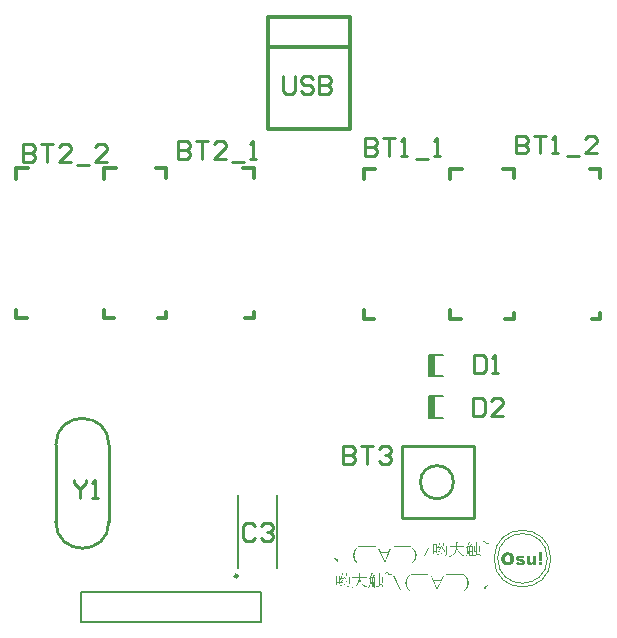
<source format=gto>
%FSLAX25Y25*%
%MOIN*%
G70*
G01*
G75*
%ADD10R,0.04921X0.07284*%
%ADD11R,0.09252X0.09449*%
%ADD12C,0.02756*%
%ADD13C,0.03150*%
%ADD14C,0.01969*%
%ADD15C,0.05906*%
%ADD16R,0.05906X0.05906*%
%ADD17C,0.06000*%
%ADD18O,0.09449X0.07874*%
%ADD19C,0.07874*%
%ADD20O,0.05906X0.09843*%
%ADD21C,0.04528*%
%ADD22C,0.02756*%
%ADD23C,0.03150*%
%ADD24C,0.13780*%
%ADD25C,0.17000*%
%ADD26R,0.08268X0.03937*%
%ADD27R,0.04500X0.05906*%
%ADD28R,0.02362X0.03937*%
%ADD29R,0.06299X0.05118*%
%ADD30R,0.05906X0.04500*%
%ADD31O,0.06496X0.02165*%
%ADD32O,0.02165X0.06496*%
%ADD33R,0.04000X0.05512*%
%ADD34R,0.03937X0.02362*%
%ADD35C,0.02362*%
%ADD36C,0.00315*%
%ADD37C,0.00197*%
%ADD38C,0.01000*%
%ADD39C,0.00984*%
%ADD40C,0.00787*%
%ADD41C,0.01181*%
%ADD42R,0.02165X0.07284*%
G36*
X122207Y-159106D02*
X122109Y-159216D01*
X122023Y-159325D01*
X121942Y-159429D01*
X121862Y-159532D01*
X121792Y-159636D01*
X121729Y-159734D01*
X121672Y-159826D01*
X121620Y-159913D01*
X121574Y-159993D01*
X121539Y-160068D01*
X121504Y-160132D01*
X121476Y-160189D01*
X121458Y-160235D01*
X121441Y-160264D01*
X121430Y-160287D01*
Y-160293D01*
X121384Y-160408D01*
X121343Y-160523D01*
X121280Y-160748D01*
X121234Y-160961D01*
X121216Y-161065D01*
X121205Y-161157D01*
X121194Y-161243D01*
X121182Y-161324D01*
X121176Y-161393D01*
Y-161451D01*
X121170Y-161502D01*
Y-161537D01*
Y-161560D01*
Y-161566D01*
Y-161693D01*
X121182Y-161819D01*
X121211Y-162061D01*
X121228Y-162171D01*
X121251Y-162280D01*
X121274Y-162378D01*
X121297Y-162470D01*
X121326Y-162557D01*
X121349Y-162631D01*
X121372Y-162695D01*
X121389Y-162752D01*
X121407Y-162798D01*
X121418Y-162827D01*
X121424Y-162850D01*
X121430Y-162856D01*
X121482Y-162965D01*
X121533Y-163081D01*
X121660Y-163294D01*
X121787Y-163490D01*
X121850Y-163582D01*
X121914Y-163662D01*
X121971Y-163743D01*
X122029Y-163812D01*
X122081Y-163875D01*
X122121Y-163927D01*
X122155Y-163968D01*
X122184Y-164002D01*
X122202Y-164020D01*
X122207Y-164025D01*
X122040Y-164198D01*
X121914Y-164089D01*
X121798Y-163973D01*
X121695Y-163864D01*
X121591Y-163755D01*
X121504Y-163651D01*
X121418Y-163547D01*
X121343Y-163449D01*
X121280Y-163357D01*
X121222Y-163271D01*
X121170Y-163196D01*
X121130Y-163127D01*
X121096Y-163069D01*
X121067Y-163023D01*
X121049Y-162988D01*
X121038Y-162965D01*
X121032Y-162960D01*
X120975Y-162833D01*
X120923Y-162712D01*
X120882Y-162585D01*
X120848Y-162464D01*
X120790Y-162228D01*
X120767Y-162119D01*
X120750Y-162015D01*
X120738Y-161923D01*
X120727Y-161831D01*
X120721Y-161756D01*
X120715Y-161693D01*
X120710Y-161641D01*
Y-161600D01*
Y-161572D01*
Y-161566D01*
X120715Y-161433D01*
X120721Y-161307D01*
X120762Y-161053D01*
X120784Y-160938D01*
X120813Y-160823D01*
X120842Y-160719D01*
X120871Y-160621D01*
X120900Y-160529D01*
X120929Y-160448D01*
X120957Y-160379D01*
X120980Y-160322D01*
X121003Y-160270D01*
X121021Y-160235D01*
X121026Y-160212D01*
X121032Y-160206D01*
X121096Y-160085D01*
X121170Y-159965D01*
X121326Y-159728D01*
X121407Y-159619D01*
X121493Y-159515D01*
X121574Y-159417D01*
X121654Y-159325D01*
X121735Y-159239D01*
X121804Y-159164D01*
X121873Y-159095D01*
X121925Y-159037D01*
X121977Y-158997D01*
X122011Y-158962D01*
X122034Y-158939D01*
X122040Y-158933D01*
X122207Y-159106D01*
D02*
G37*
G36*
X122676Y-149801D02*
X116796D01*
Y-149461D01*
X122676D01*
Y-149801D01*
D02*
G37*
G36*
X100799Y-160558D02*
X100820Y-160574D01*
X100853Y-160601D01*
X100890Y-160639D01*
X100939Y-160682D01*
X100992Y-160736D01*
X101105Y-160849D01*
X101218Y-160972D01*
X101267Y-161037D01*
X101315Y-161096D01*
X101353Y-161155D01*
X101385Y-161209D01*
X101401Y-161263D01*
X101407Y-161306D01*
Y-161317D01*
X101401Y-161344D01*
X101396Y-161381D01*
X101385Y-161424D01*
X101369Y-161478D01*
X101347Y-161532D01*
X101315Y-161586D01*
X101277Y-161629D01*
X101272Y-161634D01*
X101256Y-161639D01*
X101240Y-161650D01*
X101213Y-161645D01*
X101186Y-161634D01*
X101170Y-161618D01*
X101154Y-161602D01*
X101143Y-161575D01*
X101127Y-161543D01*
X101116Y-161505D01*
X101105Y-161457D01*
Y-161451D01*
X101100Y-161446D01*
Y-161424D01*
X101095Y-161403D01*
X101084Y-161376D01*
X101073Y-161338D01*
X101057Y-161295D01*
X101041Y-161241D01*
X101019Y-161188D01*
X100998Y-161123D01*
X100965Y-161053D01*
X100933Y-160978D01*
X100896Y-160892D01*
X100853Y-160800D01*
X100804Y-160703D01*
X100750Y-160596D01*
X100793Y-160553D01*
X100799Y-160558D01*
D02*
G37*
G36*
X140685Y-159049D02*
X140800Y-159164D01*
X140904Y-159279D01*
X141008Y-159388D01*
X141094Y-159498D01*
X141181Y-159607D01*
X141255Y-159705D01*
X141319Y-159797D01*
X141376Y-159884D01*
X141428Y-159965D01*
X141469Y-160028D01*
X141503Y-160091D01*
X141532Y-160137D01*
X141549Y-160172D01*
X141561Y-160195D01*
X141567Y-160201D01*
X141624Y-160322D01*
X141670Y-160448D01*
X141711Y-160569D01*
X141751Y-160690D01*
X141808Y-160921D01*
X141826Y-161024D01*
X141843Y-161128D01*
X141855Y-161220D01*
X141866Y-161307D01*
X141872Y-161381D01*
X141878Y-161445D01*
X141883Y-161497D01*
Y-161531D01*
Y-161560D01*
Y-161566D01*
X141878Y-161704D01*
X141872Y-161837D01*
X141832Y-162096D01*
X141808Y-162217D01*
X141786Y-162338D01*
X141757Y-162441D01*
X141722Y-162545D01*
X141693Y-162637D01*
X141665Y-162718D01*
X141641Y-162793D01*
X141618Y-162850D01*
X141595Y-162902D01*
X141578Y-162937D01*
X141572Y-162960D01*
X141567Y-162965D01*
X141503Y-163086D01*
X141428Y-163207D01*
X141273Y-163432D01*
X141192Y-163541D01*
X141106Y-163639D01*
X141025Y-163737D01*
X140939Y-163824D01*
X140864Y-163904D01*
X140795Y-163979D01*
X140726Y-164043D01*
X140668Y-164094D01*
X140622Y-164140D01*
X140587Y-164169D01*
X140564Y-164192D01*
X140559Y-164198D01*
X140386Y-164025D01*
X140484Y-163916D01*
X140570Y-163812D01*
X140656Y-163708D01*
X140731Y-163605D01*
X140800Y-163501D01*
X140864Y-163409D01*
X140921Y-163317D01*
X140973Y-163230D01*
X141019Y-163150D01*
X141060Y-163081D01*
X141094Y-163017D01*
X141123Y-162965D01*
X141140Y-162919D01*
X141158Y-162891D01*
X141163Y-162867D01*
X141169Y-162862D01*
X141215Y-162747D01*
X141250Y-162631D01*
X141313Y-162407D01*
X141359Y-162188D01*
X141376Y-162084D01*
X141388Y-161986D01*
X141400Y-161900D01*
X141411Y-161819D01*
X141417Y-161744D01*
Y-161681D01*
X141423Y-161635D01*
Y-161595D01*
Y-161572D01*
Y-161566D01*
X141417Y-161445D01*
X141411Y-161318D01*
X141382Y-161088D01*
X141365Y-160978D01*
X141342Y-160875D01*
X141319Y-160771D01*
X141296Y-160679D01*
X141273Y-160598D01*
X141250Y-160523D01*
X141227Y-160454D01*
X141209Y-160397D01*
X141192Y-160356D01*
X141181Y-160322D01*
X141169Y-160299D01*
Y-160293D01*
X141117Y-160178D01*
X141060Y-160062D01*
X140939Y-159849D01*
X140812Y-159648D01*
X140743Y-159555D01*
X140680Y-159469D01*
X140622Y-159388D01*
X140564Y-159319D01*
X140518Y-159256D01*
X140472Y-159204D01*
X140438Y-159164D01*
X140409Y-159129D01*
X140392Y-159112D01*
X140386Y-159106D01*
X140559Y-158933D01*
X140685Y-159049D01*
D02*
G37*
G36*
X110868Y-149801D02*
X104988D01*
Y-149461D01*
X110868D01*
Y-149801D01*
D02*
G37*
G36*
X128436Y-150060D02*
X126092Y-154973D01*
X125856Y-154847D01*
X128189Y-149933D01*
X128436Y-150060D01*
D02*
G37*
G36*
X112457Y-158530D02*
X112242Y-158680D01*
Y-159649D01*
X112802D01*
X112995Y-159455D01*
X113275Y-159735D01*
X113103Y-159843D01*
Y-159848D01*
Y-159859D01*
Y-159875D01*
Y-159902D01*
Y-159929D01*
Y-159966D01*
Y-160052D01*
Y-160160D01*
Y-160278D01*
Y-160407D01*
X113108Y-160542D01*
Y-160822D01*
Y-160962D01*
X113113Y-161096D01*
Y-161220D01*
X113119Y-161327D01*
Y-161424D01*
X113124Y-161462D01*
Y-161500D01*
X112845Y-161629D01*
Y-161414D01*
X112242D01*
Y-162554D01*
X112952Y-162489D01*
Y-162484D01*
X112947Y-162473D01*
X112936Y-162457D01*
X112925Y-162436D01*
X112888Y-162371D01*
X112845Y-162296D01*
X112791Y-162204D01*
X112737Y-162108D01*
X112672Y-162005D01*
X112608Y-161908D01*
X112672Y-161865D01*
X112678Y-161871D01*
X112699Y-161887D01*
X112726Y-161914D01*
X112764Y-161951D01*
X112812Y-161995D01*
X112861Y-162043D01*
X112974Y-162156D01*
X113092Y-162280D01*
X113205Y-162398D01*
X113253Y-162452D01*
X113291Y-162500D01*
X113329Y-162549D01*
X113350Y-162586D01*
X113356Y-162592D01*
X113361Y-162619D01*
X113372Y-162656D01*
X113382Y-162699D01*
Y-162759D01*
X113366Y-162818D01*
X113345Y-162882D01*
X113323Y-162920D01*
X113296Y-162952D01*
X113291Y-162958D01*
X113275Y-162979D01*
X113248Y-163001D01*
X113216Y-163017D01*
X113183Y-163028D01*
X113167D01*
X113151Y-163022D01*
X113135Y-163017D01*
X113124Y-162995D01*
X113113Y-162974D01*
X113103Y-162941D01*
Y-162931D01*
X113097Y-162909D01*
X113087Y-162872D01*
X113070Y-162823D01*
X113054Y-162769D01*
X113033Y-162705D01*
X112974Y-162576D01*
X112968D01*
X112952Y-162581D01*
X112931D01*
X112898Y-162592D01*
X112855Y-162597D01*
X112807Y-162608D01*
X112748Y-162619D01*
X112689Y-162629D01*
X112624Y-162640D01*
X112549Y-162656D01*
X112393Y-162689D01*
X112226Y-162721D01*
X112048Y-162759D01*
X111871Y-162796D01*
X111699Y-162839D01*
X111532Y-162877D01*
X111376Y-162920D01*
X111306Y-162941D01*
X111241Y-162963D01*
X111182Y-162979D01*
X111128Y-163001D01*
X111085Y-163017D01*
X111042Y-163038D01*
X111015Y-163054D01*
X110994Y-163070D01*
X110800Y-162662D01*
X110832D01*
X110859Y-162656D01*
X110897D01*
X110940Y-162651D01*
X110999Y-162645D01*
X111064Y-162640D01*
X111134Y-162635D01*
X111220Y-162629D01*
X111317Y-162624D01*
X111424Y-162619D01*
X111548Y-162608D01*
X111677Y-162597D01*
X111828Y-162586D01*
X111984Y-162576D01*
Y-161414D01*
X111381D01*
Y-161586D01*
X111101Y-161693D01*
Y-161688D01*
Y-161666D01*
Y-161639D01*
X111107Y-161602D01*
Y-161553D01*
Y-161494D01*
X111112Y-161430D01*
Y-161354D01*
Y-161274D01*
X111117Y-161188D01*
Y-161005D01*
X111123Y-160805D01*
Y-160596D01*
Y-160590D01*
Y-160569D01*
Y-160542D01*
Y-160499D01*
Y-160450D01*
Y-160391D01*
Y-160321D01*
Y-160246D01*
X111117Y-160165D01*
Y-160074D01*
X111112Y-159886D01*
X111107Y-159687D01*
X111101Y-159477D01*
X111403Y-159649D01*
X111984D01*
Y-159643D01*
Y-159638D01*
Y-159622D01*
Y-159606D01*
Y-159552D01*
Y-159482D01*
Y-159401D01*
Y-159304D01*
Y-159202D01*
Y-159089D01*
X111978Y-158863D01*
Y-158750D01*
X111973Y-158643D01*
Y-158541D01*
X111968Y-158444D01*
Y-158363D01*
X111962Y-158293D01*
X112457Y-158530D01*
D02*
G37*
G36*
X115978Y-150192D02*
X113841Y-154875D01*
X111704Y-150192D01*
X111974Y-150072D01*
X112614Y-151448D01*
X115068D01*
X115707Y-150072D01*
X115978Y-150192D01*
D02*
G37*
G36*
X96825Y-153193D02*
X96860Y-153199D01*
X96900Y-153211D01*
X96947Y-153222D01*
X97004Y-153234D01*
X97062Y-153251D01*
X97131Y-153268D01*
X97269Y-153309D01*
X97413Y-153360D01*
X97551Y-153418D01*
X97615Y-153447D01*
X97672Y-153481D01*
X97678D01*
X97684Y-153487D01*
X97718Y-153510D01*
X97770Y-153545D01*
X97834Y-153585D01*
X97908Y-153637D01*
X97978Y-153689D01*
X98041Y-153741D01*
X98098Y-153798D01*
X98104Y-153804D01*
X98122Y-153827D01*
X98145Y-153856D01*
X98168Y-153902D01*
X98196Y-153960D01*
X98225Y-154029D01*
X98248Y-154104D01*
X98265Y-154196D01*
Y-154207D01*
Y-154236D01*
Y-154282D01*
X98254Y-154340D01*
X98237Y-154403D01*
X98202Y-154466D01*
X98156Y-154535D01*
X98122Y-154564D01*
X98087Y-154593D01*
X98075Y-154599D01*
X98052Y-154610D01*
X98006Y-154616D01*
X97954Y-154605D01*
X97920Y-154593D01*
X97891Y-154576D01*
X97857Y-154547D01*
X97816Y-154513D01*
X97782Y-154466D01*
X97741Y-154409D01*
X97701Y-154340D01*
X97661Y-154253D01*
Y-154247D01*
X97649Y-154230D01*
X97638Y-154207D01*
X97615Y-154167D01*
X97592Y-154127D01*
X97557Y-154075D01*
X97517Y-154017D01*
X97471Y-153954D01*
X97413Y-153885D01*
X97344Y-153810D01*
X97275Y-153735D01*
X97188Y-153660D01*
X97096Y-153579D01*
X96993Y-153499D01*
X96883Y-153418D01*
X96756Y-153337D01*
X96803Y-153188D01*
X96808D01*
X96825Y-153193D01*
D02*
G37*
G36*
X100148Y-158637D02*
X100137Y-158643D01*
X100110Y-158670D01*
X100089Y-158691D01*
X100067Y-158713D01*
X100040Y-158745D01*
X100008Y-158783D01*
X99970Y-158826D01*
X99932Y-158874D01*
X99895Y-158933D01*
X99852Y-158998D01*
X99809Y-159068D01*
X99760Y-159149D01*
X99712Y-159240D01*
X99664Y-159337D01*
X99658Y-159342D01*
X99653Y-159358D01*
X99637Y-159391D01*
X99620Y-159428D01*
X99599Y-159471D01*
X99572Y-159525D01*
X99540Y-159584D01*
X99513Y-159649D01*
X99443Y-159783D01*
X99373Y-159929D01*
X99303Y-160063D01*
X99276Y-160128D01*
X99244Y-160187D01*
X99255D01*
X99282Y-160181D01*
X99303D01*
X99330Y-160176D01*
X99362D01*
X99405Y-160171D01*
X99448D01*
X99497Y-160165D01*
X99556D01*
X99615Y-160160D01*
X99685Y-160155D01*
X99760Y-160149D01*
X99841D01*
X99932Y-160144D01*
X99938Y-160138D01*
X99943Y-160122D01*
X99954Y-160101D01*
X99970Y-160069D01*
X99992Y-160031D01*
X100013Y-159982D01*
X100035Y-159934D01*
X100062Y-159875D01*
X100110Y-159756D01*
X100159Y-159627D01*
X100201Y-159493D01*
X100234Y-159369D01*
X100600Y-159627D01*
X100589Y-159638D01*
X100573Y-159654D01*
X100557Y-159676D01*
X100524Y-159713D01*
X100487Y-159762D01*
X100438Y-159826D01*
X100379Y-159907D01*
X100309Y-160009D01*
X100271Y-160063D01*
X100228Y-160128D01*
X100180Y-160198D01*
X100132Y-160273D01*
X100078Y-160354D01*
X100019Y-160445D01*
X99959Y-160537D01*
X99895Y-160639D01*
X99825Y-160752D01*
X99750Y-160865D01*
X99674Y-160994D01*
X99594Y-161123D01*
X99507Y-161263D01*
X99416Y-161414D01*
X100427Y-161220D01*
X100449Y-161306D01*
X100444D01*
X100438Y-161311D01*
X100406Y-161317D01*
X100352Y-161333D01*
X100288Y-161354D01*
X100212Y-161381D01*
X100121Y-161414D01*
X100024Y-161446D01*
X99927Y-161478D01*
X99723Y-161559D01*
X99626Y-161602D01*
X99534Y-161639D01*
X99448Y-161682D01*
X99378Y-161725D01*
X99325Y-161763D01*
X99287Y-161801D01*
X99050Y-161392D01*
X99056Y-161387D01*
X99077Y-161381D01*
X99104Y-161365D01*
X99142Y-161344D01*
X99185Y-161317D01*
X99228Y-161284D01*
X99276Y-161241D01*
X99319Y-161198D01*
X99325Y-161193D01*
X99335Y-161182D01*
X99346Y-161166D01*
X99362Y-161144D01*
X99378Y-161112D01*
X99405Y-161074D01*
X99437Y-161031D01*
X99470Y-160978D01*
X99513Y-160908D01*
X99556Y-160832D01*
X99610Y-160746D01*
X99669Y-160644D01*
X99733Y-160526D01*
X99809Y-160397D01*
X99889Y-160251D01*
X99884D01*
X99863Y-160257D01*
X99836Y-160262D01*
X99798Y-160273D01*
X99750Y-160284D01*
X99696Y-160294D01*
X99577Y-160327D01*
X99448Y-160370D01*
X99325Y-160424D01*
X99271Y-160450D01*
X99217Y-160483D01*
X99174Y-160515D01*
X99136Y-160553D01*
X98921Y-160165D01*
X98932D01*
X98953Y-160149D01*
X98975Y-160138D01*
X98996Y-160122D01*
X99023Y-160101D01*
X99050Y-160074D01*
X99082Y-160042D01*
X99115Y-159993D01*
X99152Y-159945D01*
X99195Y-159880D01*
X99233Y-159805D01*
X99282Y-159719D01*
X99325Y-159622D01*
X99373Y-159509D01*
X99378Y-159504D01*
X99384Y-159482D01*
X99400Y-159444D01*
X99416Y-159401D01*
X99437Y-159348D01*
X99459Y-159283D01*
X99486Y-159208D01*
X99513Y-159127D01*
X99540Y-159046D01*
X99572Y-158955D01*
X99626Y-158766D01*
X99680Y-158568D01*
X99717Y-158379D01*
X100148Y-158637D01*
D02*
G37*
G36*
X133457Y-159354D02*
X131320Y-164037D01*
X129183Y-159354D01*
X129453Y-159233D01*
X130093Y-160610D01*
X132546D01*
X133186Y-159233D01*
X133457Y-159354D01*
D02*
G37*
G36*
X128365Y-158962D02*
X122484D01*
Y-158622D01*
X128365D01*
Y-158962D01*
D02*
G37*
G36*
X148404Y-162499D02*
X148277Y-162580D01*
X148168Y-162660D01*
X148064Y-162741D01*
X147972Y-162821D01*
X147885Y-162896D01*
X147816Y-162971D01*
X147747Y-163046D01*
X147689Y-163115D01*
X147643Y-163179D01*
X147603Y-163236D01*
X147569Y-163288D01*
X147546Y-163328D01*
X147522Y-163369D01*
X147511Y-163392D01*
X147499Y-163409D01*
Y-163415D01*
X147459Y-163501D01*
X147419Y-163570D01*
X147378Y-163628D01*
X147344Y-163674D01*
X147303Y-163708D01*
X147269Y-163737D01*
X147240Y-163755D01*
X147206Y-163766D01*
X147154Y-163778D01*
X147108Y-163772D01*
X147085Y-163760D01*
X147073Y-163755D01*
X147039Y-163726D01*
X147004Y-163697D01*
X146958Y-163628D01*
X146923Y-163565D01*
X146906Y-163501D01*
X146895Y-163444D01*
Y-163397D01*
Y-163369D01*
Y-163357D01*
X146912Y-163265D01*
X146935Y-163190D01*
X146964Y-163121D01*
X146993Y-163063D01*
X147016Y-163017D01*
X147039Y-162988D01*
X147056Y-162965D01*
X147062Y-162960D01*
X147119Y-162902D01*
X147183Y-162850D01*
X147252Y-162798D01*
X147327Y-162747D01*
X147390Y-162706D01*
X147442Y-162672D01*
X147476Y-162649D01*
X147482Y-162643D01*
X147488D01*
X147546Y-162608D01*
X147609Y-162580D01*
X147747Y-162522D01*
X147891Y-162470D01*
X148029Y-162430D01*
X148098Y-162413D01*
X148156Y-162395D01*
X148214Y-162384D01*
X148260Y-162372D01*
X148300Y-162361D01*
X148335Y-162355D01*
X148352Y-162349D01*
X148358D01*
X148404Y-162499D01*
D02*
G37*
G36*
X119304Y-164008D02*
X119068Y-164135D01*
X116724Y-159221D01*
X116971Y-159095D01*
X119304Y-164008D01*
D02*
G37*
G36*
X140173Y-158962D02*
X134292D01*
Y-158622D01*
X140173D01*
Y-158962D01*
D02*
G37*
G36*
X100664Y-162081D02*
X100653Y-162086D01*
X100643Y-162091D01*
X100621Y-162097D01*
X100594Y-162108D01*
X100562Y-162118D01*
X100524Y-162134D01*
X100481Y-162151D01*
X100427Y-162172D01*
X100368Y-162199D01*
X100304Y-162226D01*
X100228Y-162253D01*
X100148Y-162285D01*
X100056Y-162323D01*
X99954Y-162360D01*
X99846Y-162403D01*
X99841D01*
X99819Y-162414D01*
X99793Y-162425D01*
X99750Y-162441D01*
X99701Y-162463D01*
X99647Y-162489D01*
X99529Y-162543D01*
X99400Y-162608D01*
X99276Y-162678D01*
X99217Y-162710D01*
X99168Y-162748D01*
X99125Y-162780D01*
X99093Y-162812D01*
X98857Y-162425D01*
X98862D01*
X98873Y-162419D01*
X98894D01*
X98921Y-162414D01*
X98959Y-162409D01*
X98996Y-162398D01*
X99045Y-162393D01*
X99099Y-162382D01*
X99212Y-162360D01*
X99335Y-162334D01*
X99470Y-162307D01*
X99610Y-162274D01*
X99615D01*
X99626Y-162269D01*
X99647Y-162264D01*
X99680Y-162258D01*
X99717Y-162247D01*
X99760Y-162237D01*
X99814Y-162221D01*
X99879Y-162204D01*
X99943Y-162188D01*
X100024Y-162167D01*
X100110Y-162145D01*
X100201Y-162118D01*
X100298Y-162091D01*
X100406Y-162065D01*
X100519Y-162027D01*
X100643Y-161995D01*
X100664Y-162081D01*
D02*
G37*
G36*
X101504Y-158530D02*
X101353Y-158659D01*
Y-158664D01*
X101347Y-158670D01*
X101342Y-158691D01*
X101331Y-158713D01*
X101321Y-158745D01*
X101310Y-158783D01*
X101294Y-158826D01*
X101277Y-158879D01*
X101256Y-158939D01*
X101234Y-159009D01*
X101208Y-159084D01*
X101181Y-159165D01*
X101154Y-159262D01*
X101121Y-159358D01*
X101089Y-159466D01*
X101051Y-159584D01*
X101869D01*
X101998Y-159391D01*
X102278Y-159606D01*
X102149Y-159735D01*
Y-159740D01*
Y-159767D01*
Y-159800D01*
Y-159848D01*
Y-159913D01*
Y-159982D01*
X102144Y-160063D01*
Y-160155D01*
Y-160257D01*
X102138Y-160364D01*
Y-160477D01*
Y-160596D01*
X102133Y-160843D01*
X102122Y-161107D01*
X102117Y-161370D01*
X102106Y-161629D01*
X102095Y-161876D01*
X102090Y-161995D01*
X102079Y-162108D01*
X102074Y-162215D01*
X102068Y-162312D01*
X102058Y-162403D01*
X102047Y-162484D01*
X102041Y-162554D01*
X102031Y-162613D01*
X102020Y-162662D01*
X102009Y-162694D01*
Y-162699D01*
X102004Y-162705D01*
X101998Y-162721D01*
X101988Y-162742D01*
X101950Y-162791D01*
X101907Y-162850D01*
X101837Y-162920D01*
X101756Y-162984D01*
X101708Y-163017D01*
X101649Y-163044D01*
X101590Y-163070D01*
X101525Y-163092D01*
Y-163087D01*
Y-163076D01*
X101520Y-163060D01*
X101514Y-163038D01*
X101487Y-162984D01*
X101466Y-162952D01*
X101444Y-162915D01*
X101407Y-162882D01*
X101369Y-162845D01*
X101321Y-162807D01*
X101261Y-162775D01*
X101191Y-162742D01*
X101116Y-162710D01*
X101025Y-162683D01*
X100922Y-162662D01*
Y-162576D01*
X100949D01*
X100971Y-162581D01*
X101030D01*
X101105Y-162586D01*
X101186Y-162597D01*
X101277Y-162602D01*
X101369Y-162608D01*
X101460Y-162619D01*
X101541D01*
X101590Y-162608D01*
X101643Y-162592D01*
X101692Y-162565D01*
X101740Y-162522D01*
X101772Y-162468D01*
Y-162463D01*
X101778Y-162457D01*
Y-162436D01*
X101783Y-162398D01*
X101794Y-162350D01*
Y-162317D01*
X101799Y-162280D01*
X101805Y-162231D01*
Y-162183D01*
X101810Y-162124D01*
X101815Y-162059D01*
X101821Y-161989D01*
X101826Y-161908D01*
X101832Y-161817D01*
X101837Y-161720D01*
Y-161612D01*
X101842Y-161494D01*
X101848Y-161370D01*
X101853Y-161231D01*
X101858Y-161085D01*
X101864Y-160924D01*
X101869Y-160757D01*
X101875Y-160574D01*
X101880Y-160375D01*
Y-160171D01*
X101885Y-159950D01*
X101891Y-159713D01*
X101008D01*
Y-159719D01*
X100998Y-159740D01*
X100987Y-159773D01*
X100965Y-159816D01*
X100944Y-159864D01*
X100922Y-159929D01*
X100890Y-159993D01*
X100858Y-160069D01*
X100783Y-160230D01*
X100702Y-160402D01*
X100610Y-160580D01*
X100514Y-160746D01*
X100427Y-160725D01*
Y-160720D01*
X100438Y-160703D01*
X100449Y-160676D01*
X100460Y-160639D01*
X100476Y-160596D01*
X100497Y-160542D01*
X100519Y-160483D01*
X100546Y-160413D01*
X100573Y-160337D01*
X100600Y-160257D01*
X100632Y-160171D01*
X100664Y-160074D01*
X100729Y-159875D01*
X100793Y-159660D01*
Y-159654D01*
X100799Y-159633D01*
X100809Y-159600D01*
X100820Y-159557D01*
X100836Y-159498D01*
X100853Y-159434D01*
X100874Y-159353D01*
X100896Y-159267D01*
X100917Y-159170D01*
X100939Y-159068D01*
X100960Y-158955D01*
X100982Y-158831D01*
X101008Y-158707D01*
X101030Y-158573D01*
X101051Y-158438D01*
X101073Y-158293D01*
X101504Y-158530D01*
D02*
G37*
G36*
X105678Y-158444D02*
X105506Y-158616D01*
Y-159735D01*
X107099D01*
X107443Y-159391D01*
X107916Y-159864D01*
X105506D01*
Y-160036D01*
X105512Y-160047D01*
X105517Y-160074D01*
X105528Y-160117D01*
X105549Y-160171D01*
X105576Y-160246D01*
X105603Y-160332D01*
X105641Y-160429D01*
X105684Y-160537D01*
X105737Y-160650D01*
X105791Y-160779D01*
X105856Y-160908D01*
X105931Y-161048D01*
X106007Y-161193D01*
X106093Y-161338D01*
X106189Y-161489D01*
X106292Y-161639D01*
X106297Y-161650D01*
X106319Y-161677D01*
X106351Y-161715D01*
X106399Y-161769D01*
X106453Y-161833D01*
X106528Y-161908D01*
X106609Y-161989D01*
X106706Y-162075D01*
X106814Y-162167D01*
X106932Y-162258D01*
X107066Y-162350D01*
X107206Y-162436D01*
X107362Y-162522D01*
X107529Y-162597D01*
X107707Y-162667D01*
X107895Y-162726D01*
Y-162812D01*
X107879D01*
X107863Y-162818D01*
X107841D01*
X107787Y-162834D01*
X107717Y-162855D01*
X107637Y-162888D01*
X107561Y-162941D01*
X107486Y-163006D01*
X107454Y-163044D01*
X107422Y-163092D01*
X107416Y-163087D01*
X107389Y-163070D01*
X107352Y-163049D01*
X107303Y-163011D01*
X107238Y-162968D01*
X107169Y-162915D01*
X107088Y-162855D01*
X107002Y-162780D01*
X106910Y-162705D01*
X106808Y-162613D01*
X106706Y-162516D01*
X106604Y-162409D01*
X106501Y-162296D01*
X106394Y-162177D01*
X106292Y-162048D01*
X106195Y-161908D01*
X106189Y-161898D01*
X106173Y-161876D01*
X106146Y-161833D01*
X106109Y-161779D01*
X106071Y-161709D01*
X106023Y-161629D01*
X105969Y-161532D01*
X105910Y-161430D01*
X105851Y-161317D01*
X105791Y-161193D01*
X105727Y-161064D01*
X105668Y-160929D01*
X105608Y-160784D01*
X105555Y-160639D01*
X105506Y-160488D01*
X105463Y-160337D01*
Y-160343D01*
Y-160354D01*
X105458Y-160370D01*
X105452Y-160397D01*
X105447Y-160424D01*
X105442Y-160461D01*
X105431Y-160504D01*
X105426Y-160553D01*
X105399Y-160660D01*
X105372Y-160784D01*
X105334Y-160924D01*
X105291Y-161074D01*
X105237Y-161231D01*
X105178Y-161392D01*
X105113Y-161553D01*
X105038Y-161715D01*
X104952Y-161871D01*
X104861Y-162021D01*
X104758Y-162156D01*
X104645Y-162285D01*
X104640Y-162290D01*
X104619Y-162312D01*
X104581Y-162344D01*
X104532Y-162387D01*
X104468Y-162441D01*
X104393Y-162506D01*
X104301Y-162570D01*
X104204Y-162645D01*
X104086Y-162721D01*
X103962Y-162802D01*
X103822Y-162882D01*
X103672Y-162968D01*
X103516Y-163044D01*
X103343Y-163124D01*
X103161Y-163194D01*
X102967Y-163264D01*
X102945Y-163178D01*
X102956Y-163173D01*
X102978Y-163162D01*
X103021Y-163146D01*
X103069Y-163119D01*
X103134Y-163087D01*
X103209Y-163049D01*
X103295Y-163006D01*
X103386Y-162952D01*
X103483Y-162898D01*
X103586Y-162834D01*
X103801Y-162699D01*
X104010Y-162538D01*
X104118Y-162452D01*
X104215Y-162360D01*
X104220Y-162355D01*
X104236Y-162339D01*
X104263Y-162312D01*
X104301Y-162274D01*
X104339Y-162226D01*
X104387Y-162172D01*
X104441Y-162102D01*
X104500Y-162032D01*
X104559Y-161951D01*
X104619Y-161865D01*
X104678Y-161769D01*
X104737Y-161672D01*
X104796Y-161564D01*
X104844Y-161457D01*
X104893Y-161338D01*
X104936Y-161220D01*
Y-161214D01*
X104947Y-161193D01*
X104957Y-161155D01*
X104968Y-161107D01*
X104984Y-161048D01*
X105000Y-160978D01*
X105022Y-160897D01*
X105043Y-160805D01*
X105065Y-160709D01*
X105087Y-160607D01*
X105108Y-160494D01*
X105124Y-160375D01*
X105162Y-160128D01*
X105183Y-159864D01*
X103483D01*
X103182Y-159907D01*
X103010Y-159735D01*
X105183D01*
Y-159730D01*
Y-159724D01*
Y-159708D01*
Y-159687D01*
Y-159627D01*
Y-159552D01*
Y-159460D01*
Y-159353D01*
Y-159240D01*
Y-159116D01*
X105178Y-158858D01*
Y-158734D01*
X105173Y-158610D01*
Y-158492D01*
X105167Y-158385D01*
Y-158288D01*
X105162Y-158207D01*
X105678Y-158444D01*
D02*
G37*
G36*
X109875D02*
X109869Y-158449D01*
X109853Y-158460D01*
X109826Y-158492D01*
X109810Y-158514D01*
X109789Y-158535D01*
X109762Y-158568D01*
X109735Y-158610D01*
X109703Y-158653D01*
X109665Y-158707D01*
X109627Y-158766D01*
X109584Y-158836D01*
X109536Y-158917D01*
X109487Y-159003D01*
X110090D01*
X110284Y-158810D01*
X110606Y-159132D01*
X110596Y-159138D01*
X110574Y-159149D01*
X110537Y-159165D01*
X110493Y-159186D01*
X110445Y-159218D01*
X110391Y-159251D01*
X110343Y-159288D01*
X110294Y-159326D01*
X110289Y-159331D01*
X110273Y-159348D01*
X110241Y-159380D01*
X110203Y-159423D01*
X110144Y-159482D01*
X110079Y-159563D01*
X109993Y-159660D01*
X109945Y-159713D01*
X109896Y-159778D01*
X110391D01*
X110542Y-159584D01*
X110843Y-159843D01*
X110671Y-159972D01*
Y-162834D01*
Y-162845D01*
Y-162866D01*
X110666Y-162898D01*
X110660Y-162941D01*
X110644Y-162984D01*
X110628Y-163033D01*
X110601Y-163076D01*
X110563Y-163114D01*
X110558Y-163119D01*
X110547Y-163130D01*
X110526Y-163140D01*
X110499Y-163162D01*
X110429Y-163205D01*
X110348Y-163243D01*
Y-163237D01*
Y-163210D01*
X110337Y-163178D01*
X110310Y-163135D01*
X110294Y-163108D01*
X110267Y-163081D01*
X110241Y-163054D01*
X110203Y-163022D01*
X110160Y-162995D01*
X110111Y-162963D01*
X110052Y-162931D01*
X109982Y-162898D01*
Y-162812D01*
X109993D01*
X110009Y-162818D01*
X110031Y-162823D01*
X110079Y-162834D01*
X110144Y-162845D01*
X110203Y-162855D01*
X110262Y-162861D01*
X110316Y-162866D01*
X110354D01*
X110359Y-162861D01*
X110380Y-162850D01*
X110391Y-162839D01*
X110402Y-162823D01*
X110413Y-162796D01*
Y-162769D01*
Y-161564D01*
X109896D01*
Y-161575D01*
Y-161602D01*
Y-161645D01*
Y-161699D01*
Y-161769D01*
Y-161844D01*
Y-161930D01*
X109902Y-162027D01*
Y-162226D01*
X109907Y-162436D01*
Y-162538D01*
X109912Y-162635D01*
Y-162726D01*
X109918Y-162812D01*
X109638Y-162941D01*
Y-162936D01*
Y-162920D01*
Y-162893D01*
X109643Y-162861D01*
Y-162812D01*
Y-162753D01*
X109649Y-162689D01*
Y-162608D01*
Y-162516D01*
X109654Y-162414D01*
Y-162301D01*
Y-162177D01*
X109660Y-162043D01*
Y-161892D01*
Y-161736D01*
Y-161564D01*
X109165D01*
Y-161575D01*
X109159Y-161602D01*
X109154Y-161650D01*
X109148Y-161715D01*
X109132Y-161795D01*
X109116Y-161887D01*
X109089Y-161995D01*
X109062Y-162108D01*
X109019Y-162231D01*
X108971Y-162360D01*
X108917Y-162495D01*
X108847Y-162635D01*
X108766Y-162775D01*
X108675Y-162920D01*
X108573Y-163060D01*
X108454Y-163200D01*
X108390Y-163157D01*
X108395Y-163151D01*
X108406Y-163135D01*
X108422Y-163108D01*
X108444Y-163070D01*
X108465Y-163028D01*
X108498Y-162979D01*
X108530Y-162920D01*
X108562Y-162855D01*
X108632Y-162715D01*
X108696Y-162559D01*
X108756Y-162403D01*
X108783Y-162323D01*
X108799Y-162242D01*
Y-162237D01*
X108804Y-162226D01*
X108809Y-162199D01*
X108815Y-162172D01*
X108820Y-162134D01*
X108826Y-162097D01*
X108842Y-162000D01*
X108858Y-161892D01*
X108874Y-161779D01*
X108890Y-161666D01*
X108896Y-161564D01*
Y-161559D01*
Y-161548D01*
Y-161532D01*
Y-161500D01*
Y-161462D01*
X108901Y-161408D01*
Y-161338D01*
Y-161258D01*
Y-161161D01*
Y-161042D01*
X108906Y-160902D01*
Y-160827D01*
Y-160746D01*
Y-160660D01*
Y-160569D01*
Y-160472D01*
Y-160364D01*
Y-160257D01*
Y-160138D01*
Y-160015D01*
Y-159891D01*
X108896Y-159896D01*
X108863Y-159929D01*
X108820Y-159977D01*
X108761Y-160036D01*
X108686Y-160106D01*
X108605Y-160176D01*
X108519Y-160246D01*
X108433Y-160316D01*
X108390Y-160251D01*
X108395Y-160246D01*
X108411Y-160230D01*
X108433Y-160198D01*
X108471Y-160160D01*
X108508Y-160117D01*
X108551Y-160058D01*
X108605Y-159993D01*
X108659Y-159923D01*
X108713Y-159848D01*
X108772Y-159762D01*
X108896Y-159584D01*
X109009Y-159391D01*
X109111Y-159186D01*
X109116Y-159181D01*
X109122Y-159159D01*
X109132Y-159132D01*
X109148Y-159095D01*
X109170Y-159046D01*
X109192Y-158987D01*
X109218Y-158928D01*
X109245Y-158858D01*
X109299Y-158707D01*
X109358Y-158541D01*
X109407Y-158374D01*
X109444Y-158207D01*
X109875Y-158444D01*
D02*
G37*
G36*
X166346Y-152430D02*
X166104Y-154350D01*
X165329D01*
X165103Y-152430D01*
Y-151469D01*
X166346D01*
Y-152430D01*
D02*
G37*
G36*
X164393Y-155666D02*
X163304D01*
Y-155182D01*
X163295Y-155198D01*
X163263Y-155230D01*
X163215Y-155287D01*
X163150Y-155343D01*
X163078Y-155416D01*
X162997Y-155488D01*
X162908Y-155553D01*
X162811Y-155609D01*
X162803Y-155617D01*
X162771Y-155625D01*
X162715Y-155650D01*
X162642Y-155674D01*
X162561Y-155698D01*
X162456Y-155714D01*
X162335Y-155730D01*
X162206Y-155738D01*
X162158D01*
X162125Y-155730D01*
X162037Y-155722D01*
X161932Y-155706D01*
X161811Y-155666D01*
X161681Y-155617D01*
X161560Y-155553D01*
X161448Y-155456D01*
X161439Y-155440D01*
X161407Y-155400D01*
X161367Y-155335D01*
X161318Y-155238D01*
X161262Y-155109D01*
X161222Y-154956D01*
X161189Y-154778D01*
X161181Y-154568D01*
Y-152631D01*
X162351D01*
Y-154302D01*
Y-154318D01*
Y-154350D01*
X162359Y-154399D01*
X162367Y-154463D01*
X162400Y-154601D01*
X162424Y-154657D01*
X162456Y-154713D01*
X162464Y-154722D01*
X162472Y-154730D01*
X162497Y-154746D01*
X162537Y-154770D01*
X162577Y-154794D01*
X162626Y-154810D01*
X162690Y-154818D01*
X162755Y-154826D01*
X162787D01*
X162828Y-154818D01*
X162876Y-154810D01*
X162924Y-154786D01*
X162981Y-154762D01*
X163037Y-154722D01*
X163094Y-154673D01*
X163102Y-154665D01*
X163118Y-154641D01*
X163134Y-154601D01*
X163166Y-154536D01*
X163191Y-154463D01*
X163207Y-154358D01*
X163223Y-154237D01*
X163231Y-154092D01*
Y-152631D01*
X164393D01*
Y-155666D01*
D02*
G37*
G36*
X104774Y-149945D02*
X104769Y-149951D01*
X104751Y-149968D01*
X104722Y-150002D01*
X104688Y-150043D01*
X104642Y-150094D01*
X104596Y-150158D01*
X104538Y-150227D01*
X104481Y-150308D01*
X104417Y-150394D01*
X104348Y-150486D01*
X104221Y-150688D01*
X104100Y-150901D01*
X104043Y-151016D01*
X103991Y-151131D01*
Y-151137D01*
X103980Y-151160D01*
X103968Y-151195D01*
X103951Y-151235D01*
X103933Y-151293D01*
X103910Y-151362D01*
X103887Y-151437D01*
X103864Y-151517D01*
X103841Y-151609D01*
X103818Y-151713D01*
X103795Y-151817D01*
X103778Y-151926D01*
X103749Y-152157D01*
X103743Y-152283D01*
X103738Y-152404D01*
Y-152410D01*
Y-152433D01*
Y-152473D01*
X103743Y-152520D01*
Y-152583D01*
X103749Y-152658D01*
X103761Y-152738D01*
X103772Y-152825D01*
X103784Y-152923D01*
X103801Y-153026D01*
X103847Y-153245D01*
X103910Y-153470D01*
X103945Y-153585D01*
X103991Y-153700D01*
X103997Y-153706D01*
X104002Y-153729D01*
X104020Y-153758D01*
X104037Y-153804D01*
X104066Y-153856D01*
X104100Y-153919D01*
X104141Y-153988D01*
X104187Y-154069D01*
X104239Y-154155D01*
X104296Y-154247D01*
X104360Y-154340D01*
X104429Y-154443D01*
X104504Y-154547D01*
X104590Y-154651D01*
X104676Y-154754D01*
X104774Y-154864D01*
X104602Y-155037D01*
X104596Y-155031D01*
X104573Y-155008D01*
X104538Y-154979D01*
X104492Y-154933D01*
X104435Y-154881D01*
X104365Y-154818D01*
X104296Y-154743D01*
X104221Y-154662D01*
X104135Y-154576D01*
X104054Y-154478D01*
X103968Y-154380D01*
X103887Y-154271D01*
X103732Y-154046D01*
X103657Y-153925D01*
X103594Y-153804D01*
X103588Y-153798D01*
X103582Y-153775D01*
X103565Y-153741D01*
X103542Y-153689D01*
X103519Y-153631D01*
X103496Y-153556D01*
X103467Y-153476D01*
X103438Y-153384D01*
X103403Y-153280D01*
X103375Y-153176D01*
X103352Y-153055D01*
X103329Y-152934D01*
X103288Y-152675D01*
X103282Y-152542D01*
X103277Y-152404D01*
Y-152399D01*
Y-152370D01*
Y-152335D01*
X103282Y-152283D01*
X103288Y-152220D01*
X103294Y-152145D01*
X103305Y-152059D01*
X103317Y-151967D01*
X103334Y-151863D01*
X103352Y-151759D01*
X103409Y-151529D01*
X103449Y-151408D01*
X103490Y-151287D01*
X103536Y-151160D01*
X103594Y-151039D01*
X103599Y-151033D01*
X103611Y-151010D01*
X103628Y-150976D01*
X103657Y-150930D01*
X103691Y-150866D01*
X103732Y-150803D01*
X103784Y-150722D01*
X103841Y-150636D01*
X103905Y-150544D01*
X103980Y-150446D01*
X104066Y-150337D01*
X104152Y-150227D01*
X104256Y-150118D01*
X104360Y-150002D01*
X104475Y-149887D01*
X104602Y-149772D01*
X104774Y-149945D01*
D02*
G37*
G36*
X159188Y-152567D02*
X159309D01*
X159438Y-152583D01*
X159567Y-152599D01*
X159696Y-152615D01*
X159801Y-152648D01*
X159809D01*
X159850Y-152664D01*
X159898Y-152680D01*
X159955Y-152712D01*
X160027Y-152744D01*
X160100Y-152793D01*
X160172Y-152841D01*
X160237Y-152906D01*
X160245Y-152914D01*
X160269Y-152938D01*
X160293Y-152979D01*
X160334Y-153027D01*
X160382Y-153091D01*
X160431Y-153172D01*
X160479Y-153261D01*
X160528Y-153366D01*
X159422Y-153479D01*
Y-153471D01*
X159414Y-153455D01*
X159406Y-153430D01*
X159390Y-153398D01*
X159341Y-153325D01*
X159277Y-153269D01*
X159269Y-153261D01*
X159253Y-153253D01*
X159220Y-153237D01*
X159188Y-153221D01*
X159140Y-153204D01*
X159083Y-153188D01*
X159018Y-153172D01*
X158881D01*
X158841Y-153180D01*
X158744Y-153204D01*
X158704Y-153221D01*
X158663Y-153245D01*
X158647Y-153261D01*
X158623Y-153293D01*
X158591Y-153350D01*
X158583Y-153382D01*
X158575Y-153414D01*
Y-153422D01*
Y-153430D01*
X158591Y-153479D01*
X158623Y-153535D01*
X158647Y-153560D01*
X158688Y-153584D01*
X158696D01*
X158712Y-153592D01*
X158744Y-153600D01*
X158792Y-153616D01*
X158857Y-153632D01*
X158946Y-153648D01*
X159051Y-153673D01*
X159180Y-153689D01*
X159204D01*
X159236Y-153697D01*
X159277D01*
X159325Y-153705D01*
X159382Y-153713D01*
X159503Y-153737D01*
X159648Y-153761D01*
X159793Y-153794D01*
X159922Y-153834D01*
X160043Y-153874D01*
X160059Y-153882D01*
X160092Y-153898D01*
X160140Y-153923D01*
X160205Y-153955D01*
X160277Y-154003D01*
X160350Y-154060D01*
X160415Y-154124D01*
X160479Y-154205D01*
X160487Y-154213D01*
X160503Y-154245D01*
X160528Y-154286D01*
X160560Y-154350D01*
X160584Y-154415D01*
X160608Y-154504D01*
X160624Y-154593D01*
X160632Y-154689D01*
Y-154697D01*
Y-154730D01*
X160624Y-154786D01*
X160616Y-154851D01*
X160592Y-154923D01*
X160568Y-155012D01*
X160528Y-155101D01*
X160471Y-155198D01*
X160463Y-155206D01*
X160439Y-155238D01*
X160398Y-155287D01*
X160350Y-155343D01*
X160277Y-155408D01*
X160189Y-155472D01*
X160092Y-155537D01*
X159971Y-155593D01*
X159955Y-155601D01*
X159906Y-155617D01*
X159834Y-155642D01*
X159729Y-155666D01*
X159591Y-155690D01*
X159438Y-155714D01*
X159253Y-155730D01*
X159043Y-155738D01*
X158905D01*
X158841Y-155730D01*
X158760Y-155722D01*
X158583Y-155706D01*
X158381Y-155682D01*
X158187Y-155642D01*
X158002Y-155585D01*
X157921Y-155545D01*
X157848Y-155504D01*
X157832Y-155496D01*
X157792Y-155464D01*
X157735Y-155408D01*
X157663Y-155335D01*
X157590Y-155238D01*
X157517Y-155117D01*
X157453Y-154980D01*
X157404Y-154826D01*
X158558Y-154713D01*
Y-154722D01*
X158575Y-154746D01*
X158583Y-154786D01*
X158607Y-154826D01*
X158671Y-154931D01*
X158704Y-154972D01*
X158752Y-155012D01*
X158760D01*
X158776Y-155028D01*
X158809Y-155036D01*
X158841Y-155052D01*
X158897Y-155069D01*
X158954Y-155085D01*
X159018Y-155093D01*
X159099Y-155101D01*
X159140D01*
X159180Y-155093D01*
X159236Y-155085D01*
X159349Y-155061D01*
X159414Y-155036D01*
X159462Y-155004D01*
X159470D01*
X159478Y-154988D01*
X159519Y-154956D01*
X159551Y-154891D01*
X159559Y-154859D01*
X159567Y-154818D01*
Y-154810D01*
Y-154794D01*
X159551Y-154746D01*
X159535Y-154713D01*
X159511Y-154681D01*
X159478Y-154649D01*
X159430Y-154625D01*
X159422D01*
X159406Y-154617D01*
X159382Y-154609D01*
X159333Y-154593D01*
X159269Y-154576D01*
X159180Y-154552D01*
X159067Y-154528D01*
X158930Y-154504D01*
X158922D01*
X158905Y-154496D01*
X158873D01*
X158833Y-154488D01*
X158784Y-154480D01*
X158728Y-154463D01*
X158599Y-154439D01*
X158462Y-154407D01*
X158324Y-154375D01*
X158195Y-154342D01*
X158139Y-154326D01*
X158090Y-154310D01*
X158082Y-154302D01*
X158050Y-154294D01*
X158010Y-154270D01*
X157953Y-154237D01*
X157889Y-154189D01*
X157824Y-154140D01*
X157759Y-154076D01*
X157695Y-154003D01*
X157687Y-153995D01*
X157671Y-153963D01*
X157647Y-153923D01*
X157614Y-153858D01*
X157582Y-153786D01*
X157558Y-153705D01*
X157542Y-153608D01*
X157534Y-153511D01*
Y-153495D01*
Y-153463D01*
X157542Y-153406D01*
X157558Y-153333D01*
X157574Y-153253D01*
X157606Y-153164D01*
X157647Y-153075D01*
X157703Y-152995D01*
X157711Y-152987D01*
X157735Y-152962D01*
X157776Y-152922D01*
X157832Y-152874D01*
X157897Y-152817D01*
X157977Y-152769D01*
X158074Y-152712D01*
X158179Y-152672D01*
X158195Y-152664D01*
X158236Y-152656D01*
X158300Y-152639D01*
X158397Y-152615D01*
X158518Y-152591D01*
X158655Y-152575D01*
X158817Y-152567D01*
X159002Y-152559D01*
X159091D01*
X159188Y-152567D01*
D02*
G37*
G36*
X166306Y-155666D02*
X165144D01*
Y-154641D01*
X166306D01*
Y-155666D01*
D02*
G37*
G36*
X131417Y-148852D02*
X131245Y-149003D01*
Y-150509D01*
Y-150514D01*
Y-150536D01*
Y-150563D01*
Y-150606D01*
Y-150654D01*
Y-150713D01*
Y-150773D01*
X131250Y-150842D01*
Y-150988D01*
X131256Y-151144D01*
X131261Y-151294D01*
Y-151364D01*
X131267Y-151434D01*
X130965Y-151585D01*
Y-151241D01*
X130341D01*
Y-151757D01*
X130040Y-151929D01*
Y-151918D01*
Y-151897D01*
Y-151854D01*
X130045Y-151800D01*
Y-151730D01*
Y-151644D01*
X130051Y-151547D01*
Y-151434D01*
Y-151316D01*
X130056Y-151181D01*
Y-151036D01*
Y-150885D01*
X130061Y-150724D01*
Y-150552D01*
Y-150374D01*
Y-150186D01*
Y-150181D01*
Y-150175D01*
Y-150159D01*
Y-150143D01*
Y-150089D01*
Y-150019D01*
Y-149933D01*
Y-149836D01*
Y-149729D01*
Y-149610D01*
X130056Y-149487D01*
Y-149358D01*
X130051Y-149094D01*
Y-148970D01*
X130045Y-148841D01*
Y-148723D01*
X130040Y-148615D01*
X130341Y-148809D01*
X130944D01*
X131094Y-148615D01*
X131417Y-148852D01*
D02*
G37*
G36*
X147073Y-147722D02*
X147148Y-147733D01*
X147154D01*
X147164Y-147738D01*
X147186Y-147744D01*
X147218Y-147754D01*
X147250Y-147776D01*
X147283Y-147797D01*
X147326Y-147824D01*
X147363Y-147862D01*
X147369Y-147867D01*
X147380Y-147873D01*
X147396Y-147889D01*
X147423Y-147910D01*
X147450Y-147937D01*
X147482Y-147969D01*
X147520Y-148013D01*
X147557Y-148056D01*
X147563Y-148061D01*
X147573Y-148077D01*
X147595Y-148099D01*
X147622Y-148131D01*
X147686Y-148201D01*
X147751Y-148271D01*
X147756Y-148276D01*
X147767Y-148287D01*
X147789Y-148309D01*
X147815Y-148335D01*
X147885Y-148395D01*
X147955Y-148454D01*
X147961Y-148459D01*
X147971Y-148465D01*
X147993Y-148475D01*
X148014Y-148491D01*
X148074Y-148518D01*
X148106Y-148524D01*
X148138Y-148529D01*
X148165D01*
X148197Y-148518D01*
X148240Y-148507D01*
X148284Y-148491D01*
X148327Y-148465D01*
X148375Y-148427D01*
X148418Y-148378D01*
X148423Y-148373D01*
X148434Y-148352D01*
X148456Y-148319D01*
X148483Y-148271D01*
X148509Y-148212D01*
X148536Y-148142D01*
X148563Y-148061D01*
X148590Y-147969D01*
X148698Y-148013D01*
Y-148018D01*
X148692Y-148029D01*
X148687Y-148050D01*
X148676Y-148077D01*
X148665Y-148109D01*
X148655Y-148142D01*
X148622Y-148228D01*
X148585Y-148319D01*
X148542Y-148405D01*
X148488Y-148491D01*
X148429Y-148561D01*
X148423Y-148567D01*
X148402Y-148588D01*
X148370Y-148610D01*
X148327Y-148642D01*
X148273Y-148669D01*
X148214Y-148696D01*
X148144Y-148717D01*
X148074Y-148723D01*
X148041D01*
X148020Y-148717D01*
X147961Y-148707D01*
X147891Y-148690D01*
X147885D01*
X147875Y-148685D01*
X147853Y-148674D01*
X147832Y-148664D01*
X147762Y-148626D01*
X147686Y-148572D01*
X147681Y-148567D01*
X147676Y-148561D01*
X147659Y-148545D01*
X147643Y-148524D01*
X147616Y-148497D01*
X147584Y-148470D01*
X147514Y-148389D01*
X147509Y-148384D01*
X147498Y-148368D01*
X147476Y-148346D01*
X147450Y-148314D01*
X147380Y-148244D01*
X147299Y-148163D01*
X147294Y-148158D01*
X147283Y-148147D01*
X147261Y-148126D01*
X147234Y-148099D01*
X147170Y-148034D01*
X147105Y-147969D01*
X147100Y-147964D01*
X147089Y-147953D01*
X147073Y-147943D01*
X147046Y-147926D01*
X147014Y-147910D01*
X146976Y-147894D01*
X146939Y-147889D01*
X146890Y-147883D01*
X146863D01*
X146831Y-147894D01*
X146793Y-147905D01*
X146745Y-147921D01*
X146702Y-147953D01*
X146653Y-147991D01*
X146610Y-148045D01*
X146605Y-148050D01*
X146594Y-148072D01*
X146573Y-148109D01*
X146551Y-148158D01*
X146519Y-148217D01*
X146492Y-148292D01*
X146465Y-148373D01*
X146438Y-148465D01*
X146330Y-148422D01*
Y-148416D01*
X146336Y-148405D01*
X146341Y-148384D01*
X146352Y-148357D01*
X146363Y-148319D01*
X146374Y-148282D01*
X146406Y-148196D01*
X146443Y-148104D01*
X146492Y-148013D01*
X146540Y-147926D01*
X146573Y-147894D01*
X146599Y-147862D01*
X146605Y-147857D01*
X146626Y-147840D01*
X146659Y-147813D01*
X146707Y-147787D01*
X146756Y-147760D01*
X146820Y-147733D01*
X146885Y-147717D01*
X146955Y-147711D01*
X147014D01*
X147073Y-147722D01*
D02*
G37*
G36*
X154975Y-151405D02*
X155064Y-151413D01*
X155169Y-151429D01*
X155282Y-151445D01*
X155403Y-151469D01*
X155532Y-151494D01*
X155661Y-151534D01*
X155798Y-151582D01*
X155928Y-151631D01*
X156065Y-151703D01*
X156186Y-151776D01*
X156307Y-151865D01*
X156420Y-151962D01*
X156428Y-151970D01*
X156444Y-151986D01*
X156476Y-152018D01*
X156509Y-152067D01*
X156549Y-152123D01*
X156597Y-152196D01*
X156654Y-152276D01*
X156710Y-152373D01*
X156759Y-152478D01*
X156815Y-152599D01*
X156864Y-152728D01*
X156904Y-152866D01*
X156936Y-153019D01*
X156969Y-153180D01*
X156985Y-153358D01*
X156993Y-153543D01*
Y-153551D01*
Y-153576D01*
Y-153616D01*
Y-153664D01*
X156985Y-153729D01*
X156977Y-153802D01*
X156969Y-153882D01*
X156961Y-153971D01*
X156928Y-154165D01*
X156888Y-154367D01*
X156823Y-154568D01*
X156743Y-154754D01*
Y-154762D01*
X156735Y-154778D01*
X156719Y-154802D01*
X156694Y-154835D01*
X156638Y-154915D01*
X156557Y-155020D01*
X156460Y-155133D01*
X156331Y-155254D01*
X156194Y-155375D01*
X156025Y-155480D01*
X156016D01*
X156000Y-155488D01*
X155976Y-155504D01*
X155944Y-155520D01*
X155895Y-155537D01*
X155839Y-155561D01*
X155774Y-155585D01*
X155702Y-155609D01*
X155621Y-155633D01*
X155532Y-155658D01*
X155339Y-155698D01*
X155113Y-155730D01*
X154862Y-155738D01*
X154741D01*
X154685Y-155730D01*
X154612Y-155722D01*
X154532D01*
X154451Y-155706D01*
X154265Y-155682D01*
X154063Y-155642D01*
X153870Y-155585D01*
X153684Y-155512D01*
X153676D01*
X153660Y-155504D01*
X153636Y-155488D01*
X153603Y-155472D01*
X153523Y-155416D01*
X153418Y-155335D01*
X153297Y-155238D01*
X153168Y-155117D01*
X153039Y-154972D01*
X152926Y-154802D01*
Y-154794D01*
X152918Y-154778D01*
X152901Y-154754D01*
X152885Y-154713D01*
X152861Y-154665D01*
X152837Y-154609D01*
X152813Y-154544D01*
X152788Y-154463D01*
X152756Y-154383D01*
X152732Y-154286D01*
X152692Y-154076D01*
X152659Y-153842D01*
X152643Y-153576D01*
Y-153568D01*
Y-153527D01*
Y-153479D01*
X152651Y-153406D01*
X152659Y-153317D01*
X152675Y-153221D01*
X152692Y-153108D01*
X152716Y-152987D01*
X152740Y-152857D01*
X152780Y-152728D01*
X152829Y-152599D01*
X152885Y-152462D01*
X152950Y-152333D01*
X153022Y-152204D01*
X153111Y-152083D01*
X153208Y-151970D01*
X153216Y-151962D01*
X153232Y-151945D01*
X153264Y-151913D01*
X153313Y-151881D01*
X153369Y-151841D01*
X153442Y-151792D01*
X153531Y-151736D01*
X153620Y-151679D01*
X153733Y-151631D01*
X153854Y-151574D01*
X153983Y-151526D01*
X154128Y-151486D01*
X154281Y-151453D01*
X154443Y-151421D01*
X154620Y-151405D01*
X154806Y-151397D01*
X154903D01*
X154975Y-151405D01*
D02*
G37*
G36*
X144889Y-148163D02*
X144674Y-148314D01*
Y-149282D01*
X145233D01*
X145427Y-149089D01*
X145706Y-149368D01*
X145534Y-149476D01*
Y-149481D01*
Y-149492D01*
Y-149508D01*
Y-149535D01*
Y-149562D01*
Y-149600D01*
Y-149686D01*
Y-149793D01*
Y-149912D01*
Y-150041D01*
X145540Y-150175D01*
Y-150455D01*
Y-150595D01*
X145545Y-150730D01*
Y-150853D01*
X145551Y-150961D01*
Y-151058D01*
X145556Y-151095D01*
Y-151133D01*
X145276Y-151262D01*
Y-151047D01*
X144674D01*
Y-152188D01*
X145384Y-152123D01*
Y-152118D01*
X145378Y-152107D01*
X145368Y-152091D01*
X145357Y-152069D01*
X145319Y-152005D01*
X145276Y-151929D01*
X145222Y-151838D01*
X145168Y-151741D01*
X145104Y-151639D01*
X145039Y-151542D01*
X145104Y-151499D01*
X145109Y-151504D01*
X145131Y-151520D01*
X145158Y-151547D01*
X145195Y-151585D01*
X145244Y-151628D01*
X145292Y-151676D01*
X145405Y-151789D01*
X145524Y-151913D01*
X145636Y-152031D01*
X145685Y-152085D01*
X145723Y-152134D01*
X145760Y-152182D01*
X145782Y-152220D01*
X145787Y-152225D01*
X145793Y-152252D01*
X145803Y-152290D01*
X145814Y-152333D01*
Y-152392D01*
X145798Y-152451D01*
X145776Y-152516D01*
X145755Y-152553D01*
X145728Y-152586D01*
X145723Y-152591D01*
X145706Y-152612D01*
X145680Y-152634D01*
X145647Y-152650D01*
X145615Y-152661D01*
X145599D01*
X145583Y-152655D01*
X145567Y-152650D01*
X145556Y-152629D01*
X145545Y-152607D01*
X145534Y-152575D01*
Y-152564D01*
X145529Y-152542D01*
X145518Y-152505D01*
X145502Y-152456D01*
X145486Y-152403D01*
X145464Y-152338D01*
X145405Y-152209D01*
X145400D01*
X145384Y-152214D01*
X145362D01*
X145330Y-152225D01*
X145287Y-152231D01*
X145238Y-152241D01*
X145179Y-152252D01*
X145120Y-152263D01*
X145055Y-152273D01*
X144980Y-152290D01*
X144824Y-152322D01*
X144657Y-152354D01*
X144480Y-152392D01*
X144302Y-152430D01*
X144130Y-152473D01*
X143963Y-152510D01*
X143807Y-152553D01*
X143737Y-152575D01*
X143673Y-152596D01*
X143614Y-152612D01*
X143560Y-152634D01*
X143517Y-152650D01*
X143474Y-152672D01*
X143447Y-152688D01*
X143425Y-152704D01*
X143232Y-152295D01*
X143264D01*
X143291Y-152290D01*
X143328D01*
X143372Y-152284D01*
X143431Y-152279D01*
X143495Y-152273D01*
X143565Y-152268D01*
X143651Y-152263D01*
X143748Y-152257D01*
X143856Y-152252D01*
X143980Y-152241D01*
X144109Y-152231D01*
X144259Y-152220D01*
X144415Y-152209D01*
Y-151047D01*
X143813D01*
Y-151219D01*
X143533Y-151327D01*
Y-151321D01*
Y-151300D01*
Y-151273D01*
X143538Y-151235D01*
Y-151187D01*
Y-151128D01*
X143544Y-151063D01*
Y-150988D01*
Y-150907D01*
X143549Y-150821D01*
Y-150638D01*
X143554Y-150439D01*
Y-150229D01*
Y-150224D01*
Y-150202D01*
Y-150175D01*
Y-150132D01*
Y-150084D01*
Y-150025D01*
Y-149955D01*
Y-149879D01*
X143549Y-149799D01*
Y-149707D01*
X143544Y-149519D01*
X143538Y-149320D01*
X143533Y-149110D01*
X143834Y-149282D01*
X144415D01*
Y-149277D01*
Y-149272D01*
Y-149255D01*
Y-149239D01*
Y-149185D01*
Y-149116D01*
Y-149035D01*
Y-148938D01*
Y-148836D01*
Y-148723D01*
X144410Y-148497D01*
Y-148384D01*
X144404Y-148276D01*
Y-148174D01*
X144399Y-148077D01*
Y-147996D01*
X144394Y-147926D01*
X144889Y-148163D01*
D02*
G37*
G36*
X123126Y-149778D02*
X123149Y-149801D01*
X123183Y-149835D01*
X123235Y-149876D01*
X123287Y-149933D01*
X123356Y-150002D01*
X123425Y-150077D01*
X123506Y-150164D01*
X123586Y-150256D01*
X123667Y-150354D01*
X123753Y-150457D01*
X123834Y-150567D01*
X123990Y-150803D01*
X124065Y-150924D01*
X124128Y-151045D01*
X124134Y-151051D01*
X124139Y-151074D01*
X124157Y-151108D01*
X124180Y-151160D01*
X124203Y-151218D01*
X124232Y-151287D01*
X124260Y-151367D01*
X124289Y-151460D01*
X124318Y-151558D01*
X124347Y-151661D01*
X124376Y-151777D01*
X124399Y-151892D01*
X124439Y-152145D01*
X124445Y-152272D01*
X124451Y-152404D01*
Y-152410D01*
Y-152439D01*
Y-152479D01*
X124445Y-152531D01*
X124439Y-152594D01*
X124433Y-152669D01*
X124422Y-152761D01*
X124410Y-152854D01*
X124393Y-152957D01*
X124370Y-153067D01*
X124312Y-153303D01*
X124278Y-153424D01*
X124237Y-153551D01*
X124186Y-153672D01*
X124128Y-153798D01*
X124122Y-153804D01*
X124111Y-153827D01*
X124093Y-153862D01*
X124065Y-153908D01*
X124030Y-153965D01*
X123990Y-154034D01*
X123938Y-154109D01*
X123880Y-154196D01*
X123817Y-154288D01*
X123742Y-154386D01*
X123656Y-154489D01*
X123569Y-154593D01*
X123466Y-154702D01*
X123362Y-154812D01*
X123247Y-154927D01*
X123120Y-155037D01*
X122953Y-154864D01*
X122959Y-154858D01*
X122976Y-154841D01*
X123005Y-154806D01*
X123039Y-154766D01*
X123080Y-154714D01*
X123132Y-154651D01*
X123189Y-154582D01*
X123247Y-154501D01*
X123310Y-154420D01*
X123373Y-154328D01*
X123500Y-154132D01*
X123627Y-153919D01*
X123679Y-153804D01*
X123731Y-153694D01*
X123736Y-153689D01*
X123742Y-153666D01*
X123753Y-153637D01*
X123771Y-153591D01*
X123788Y-153533D01*
X123811Y-153470D01*
X123834Y-153395D01*
X123863Y-153309D01*
X123886Y-153217D01*
X123909Y-153119D01*
X123932Y-153009D01*
X123949Y-152900D01*
X123978Y-152658D01*
X123990Y-152531D01*
Y-152404D01*
Y-152399D01*
Y-152375D01*
Y-152341D01*
X123984Y-152289D01*
Y-152232D01*
X123978Y-152162D01*
X123967Y-152082D01*
X123955Y-151995D01*
X123944Y-151903D01*
X123926Y-151799D01*
X123880Y-151586D01*
X123817Y-151362D01*
X123777Y-151247D01*
X123731Y-151131D01*
Y-151126D01*
X123719Y-151102D01*
X123702Y-151074D01*
X123684Y-151028D01*
X123656Y-150970D01*
X123621Y-150907D01*
X123586Y-150832D01*
X123540Y-150751D01*
X123489Y-150665D01*
X123431Y-150573D01*
X123368Y-150475D01*
X123299Y-150371D01*
X123218Y-150267D01*
X123137Y-150164D01*
X123051Y-150054D01*
X122953Y-149945D01*
X123120Y-149772D01*
X123126Y-149778D01*
D02*
G37*
G36*
X138110Y-148077D02*
X137938Y-148249D01*
Y-149368D01*
X139530D01*
X139874Y-149024D01*
X140348Y-149497D01*
X137938D01*
Y-149670D01*
X137943Y-149680D01*
X137949Y-149707D01*
X137959Y-149750D01*
X137981Y-149804D01*
X138008Y-149879D01*
X138035Y-149966D01*
X138072Y-150062D01*
X138115Y-150170D01*
X138169Y-150283D01*
X138223Y-150412D01*
X138287Y-150541D01*
X138363Y-150681D01*
X138438Y-150826D01*
X138524Y-150972D01*
X138621Y-151122D01*
X138723Y-151273D01*
X138729Y-151284D01*
X138750Y-151311D01*
X138782Y-151348D01*
X138831Y-151402D01*
X138885Y-151467D01*
X138960Y-151542D01*
X139041Y-151623D01*
X139137Y-151709D01*
X139245Y-151800D01*
X139363Y-151892D01*
X139498Y-151983D01*
X139638Y-152069D01*
X139794Y-152155D01*
X139961Y-152231D01*
X140138Y-152300D01*
X140326Y-152360D01*
Y-152446D01*
X140310D01*
X140294Y-152451D01*
X140273D01*
X140219Y-152467D01*
X140149Y-152489D01*
X140068Y-152521D01*
X139993Y-152575D01*
X139918Y-152639D01*
X139885Y-152677D01*
X139853Y-152726D01*
X139848Y-152720D01*
X139821Y-152704D01*
X139783Y-152682D01*
X139735Y-152645D01*
X139670Y-152602D01*
X139600Y-152548D01*
X139520Y-152489D01*
X139433Y-152413D01*
X139342Y-152338D01*
X139240Y-152247D01*
X139137Y-152150D01*
X139035Y-152042D01*
X138933Y-151929D01*
X138826Y-151811D01*
X138723Y-151682D01*
X138626Y-151542D01*
X138621Y-151531D01*
X138605Y-151510D01*
X138578Y-151467D01*
X138540Y-151413D01*
X138503Y-151343D01*
X138454Y-151262D01*
X138400Y-151165D01*
X138341Y-151063D01*
X138282Y-150950D01*
X138223Y-150826D01*
X138158Y-150697D01*
X138099Y-150563D01*
X138040Y-150417D01*
X137986Y-150272D01*
X137938Y-150121D01*
X137895Y-149971D01*
Y-149976D01*
Y-149987D01*
X137889Y-150003D01*
X137884Y-150030D01*
X137879Y-150057D01*
X137873Y-150095D01*
X137862Y-150138D01*
X137857Y-150186D01*
X137830Y-150294D01*
X137803Y-150417D01*
X137766Y-150557D01*
X137723Y-150708D01*
X137669Y-150864D01*
X137610Y-151025D01*
X137545Y-151187D01*
X137470Y-151348D01*
X137384Y-151504D01*
X137292Y-151655D01*
X137190Y-151789D01*
X137077Y-151918D01*
X137072Y-151924D01*
X137050Y-151945D01*
X137012Y-151978D01*
X136964Y-152021D01*
X136899Y-152075D01*
X136824Y-152139D01*
X136733Y-152204D01*
X136636Y-152279D01*
X136517Y-152354D01*
X136394Y-152435D01*
X136254Y-152516D01*
X136103Y-152602D01*
X135947Y-152677D01*
X135775Y-152758D01*
X135592Y-152828D01*
X135398Y-152898D01*
X135377Y-152812D01*
X135388Y-152806D01*
X135409Y-152795D01*
X135452Y-152779D01*
X135501Y-152752D01*
X135565Y-152720D01*
X135641Y-152682D01*
X135727Y-152639D01*
X135818Y-152586D01*
X135915Y-152532D01*
X136017Y-152467D01*
X136232Y-152333D01*
X136442Y-152171D01*
X136550Y-152085D01*
X136647Y-151994D01*
X136652Y-151988D01*
X136668Y-151972D01*
X136695Y-151945D01*
X136733Y-151908D01*
X136770Y-151859D01*
X136819Y-151805D01*
X136872Y-151735D01*
X136932Y-151666D01*
X136991Y-151585D01*
X137050Y-151499D01*
X137109Y-151402D01*
X137168Y-151305D01*
X137228Y-151198D01*
X137276Y-151090D01*
X137324Y-150972D01*
X137367Y-150853D01*
Y-150848D01*
X137378Y-150826D01*
X137389Y-150789D01*
X137400Y-150740D01*
X137416Y-150681D01*
X137432Y-150611D01*
X137453Y-150530D01*
X137475Y-150439D01*
X137497Y-150342D01*
X137518Y-150240D01*
X137540Y-150127D01*
X137556Y-150009D01*
X137593Y-149761D01*
X137615Y-149497D01*
X135915D01*
X135614Y-149540D01*
X135441Y-149368D01*
X137615D01*
Y-149363D01*
Y-149358D01*
Y-149341D01*
Y-149320D01*
Y-149261D01*
Y-149185D01*
Y-149094D01*
Y-148986D01*
Y-148873D01*
Y-148750D01*
X137610Y-148491D01*
Y-148368D01*
X137604Y-148244D01*
Y-148126D01*
X137599Y-148018D01*
Y-147921D01*
X137593Y-147840D01*
X138110Y-148077D01*
D02*
G37*
G36*
X142306D02*
X142301Y-148082D01*
X142285Y-148093D01*
X142258Y-148126D01*
X142242Y-148147D01*
X142220Y-148169D01*
X142193Y-148201D01*
X142166Y-148244D01*
X142134Y-148287D01*
X142096Y-148341D01*
X142059Y-148400D01*
X142016Y-148470D01*
X141967Y-148551D01*
X141919Y-148637D01*
X142522D01*
X142715Y-148443D01*
X143038Y-148766D01*
X143027Y-148771D01*
X143006Y-148782D01*
X142968Y-148798D01*
X142925Y-148820D01*
X142877Y-148852D01*
X142823Y-148884D01*
X142774Y-148922D01*
X142726Y-148960D01*
X142721Y-148965D01*
X142704Y-148981D01*
X142672Y-149013D01*
X142634Y-149056D01*
X142575Y-149116D01*
X142511Y-149196D01*
X142425Y-149293D01*
X142376Y-149347D01*
X142328Y-149411D01*
X142823D01*
X142973Y-149218D01*
X143275Y-149476D01*
X143103Y-149605D01*
Y-152467D01*
Y-152478D01*
Y-152499D01*
X143097Y-152532D01*
X143092Y-152575D01*
X143076Y-152618D01*
X143060Y-152666D01*
X143033Y-152709D01*
X142995Y-152747D01*
X142990Y-152752D01*
X142979Y-152763D01*
X142957Y-152774D01*
X142930Y-152795D01*
X142860Y-152838D01*
X142780Y-152876D01*
Y-152871D01*
Y-152844D01*
X142769Y-152812D01*
X142742Y-152769D01*
X142726Y-152742D01*
X142699Y-152715D01*
X142672Y-152688D01*
X142634Y-152655D01*
X142592Y-152629D01*
X142543Y-152596D01*
X142484Y-152564D01*
X142414Y-152532D01*
Y-152446D01*
X142425D01*
X142441Y-152451D01*
X142462Y-152456D01*
X142511Y-152467D01*
X142575Y-152478D01*
X142634Y-152489D01*
X142694Y-152494D01*
X142747Y-152499D01*
X142785D01*
X142790Y-152494D01*
X142812Y-152483D01*
X142823Y-152473D01*
X142833Y-152456D01*
X142844Y-152430D01*
Y-152403D01*
Y-151198D01*
X142328D01*
Y-151208D01*
Y-151235D01*
Y-151278D01*
Y-151332D01*
Y-151402D01*
Y-151477D01*
Y-151563D01*
X142333Y-151660D01*
Y-151859D01*
X142339Y-152069D01*
Y-152171D01*
X142344Y-152268D01*
Y-152360D01*
X142349Y-152446D01*
X142070Y-152575D01*
Y-152569D01*
Y-152553D01*
Y-152526D01*
X142075Y-152494D01*
Y-152446D01*
Y-152386D01*
X142080Y-152322D01*
Y-152241D01*
Y-152150D01*
X142086Y-152048D01*
Y-151935D01*
Y-151811D01*
X142091Y-151676D01*
Y-151526D01*
Y-151370D01*
Y-151198D01*
X141596D01*
Y-151208D01*
X141591Y-151235D01*
X141585Y-151284D01*
X141580Y-151348D01*
X141564Y-151429D01*
X141548Y-151520D01*
X141521Y-151628D01*
X141494Y-151741D01*
X141451Y-151865D01*
X141402Y-151994D01*
X141349Y-152128D01*
X141279Y-152268D01*
X141198Y-152408D01*
X141107Y-152553D01*
X141004Y-152693D01*
X140886Y-152833D01*
X140821Y-152790D01*
X140827Y-152785D01*
X140838Y-152769D01*
X140854Y-152742D01*
X140875Y-152704D01*
X140897Y-152661D01*
X140929Y-152612D01*
X140961Y-152553D01*
X140994Y-152489D01*
X141063Y-152349D01*
X141128Y-152193D01*
X141187Y-152037D01*
X141214Y-151956D01*
X141230Y-151875D01*
Y-151870D01*
X141236Y-151859D01*
X141241Y-151832D01*
X141246Y-151805D01*
X141252Y-151768D01*
X141257Y-151730D01*
X141273Y-151633D01*
X141289Y-151526D01*
X141306Y-151413D01*
X141322Y-151300D01*
X141327Y-151198D01*
Y-151192D01*
Y-151181D01*
Y-151165D01*
Y-151133D01*
Y-151095D01*
X141332Y-151041D01*
Y-150972D01*
Y-150891D01*
Y-150794D01*
Y-150676D01*
X141338Y-150536D01*
Y-150461D01*
Y-150380D01*
Y-150294D01*
Y-150202D01*
Y-150105D01*
Y-149998D01*
Y-149890D01*
Y-149772D01*
Y-149648D01*
Y-149524D01*
X141327Y-149530D01*
X141295Y-149562D01*
X141252Y-149610D01*
X141193Y-149670D01*
X141117Y-149740D01*
X141037Y-149810D01*
X140951Y-149879D01*
X140865Y-149949D01*
X140821Y-149885D01*
X140827Y-149879D01*
X140843Y-149863D01*
X140865Y-149831D01*
X140902Y-149793D01*
X140940Y-149750D01*
X140983Y-149691D01*
X141037Y-149627D01*
X141090Y-149557D01*
X141144Y-149481D01*
X141203Y-149395D01*
X141327Y-149218D01*
X141440Y-149024D01*
X141542Y-148820D01*
X141548Y-148814D01*
X141553Y-148793D01*
X141564Y-148766D01*
X141580Y-148728D01*
X141602Y-148680D01*
X141623Y-148620D01*
X141650Y-148561D01*
X141677Y-148491D01*
X141731Y-148341D01*
X141790Y-148174D01*
X141838Y-148007D01*
X141876Y-147840D01*
X142306Y-148077D01*
D02*
G37*
G36*
X98986Y-159218D02*
X98813Y-159369D01*
Y-160875D01*
Y-160881D01*
Y-160902D01*
Y-160929D01*
Y-160972D01*
Y-161021D01*
Y-161080D01*
Y-161139D01*
X98819Y-161209D01*
Y-161354D01*
X98824Y-161510D01*
X98830Y-161661D01*
Y-161731D01*
X98835Y-161801D01*
X98534Y-161951D01*
Y-161607D01*
X97910D01*
Y-162124D01*
X97608Y-162296D01*
Y-162285D01*
Y-162264D01*
Y-162221D01*
X97614Y-162167D01*
Y-162097D01*
Y-162011D01*
X97619Y-161914D01*
Y-161801D01*
Y-161682D01*
X97624Y-161548D01*
Y-161403D01*
Y-161252D01*
X97630Y-161091D01*
Y-160918D01*
Y-160741D01*
Y-160553D01*
Y-160547D01*
Y-160542D01*
Y-160526D01*
Y-160510D01*
Y-160456D01*
Y-160386D01*
Y-160300D01*
Y-160203D01*
Y-160095D01*
Y-159977D01*
X97624Y-159853D01*
Y-159724D01*
X97619Y-159460D01*
Y-159337D01*
X97614Y-159208D01*
Y-159089D01*
X97608Y-158982D01*
X97910Y-159175D01*
X98512D01*
X98663Y-158982D01*
X98986Y-159218D01*
D02*
G37*
G36*
X114641Y-158089D02*
X114717Y-158099D01*
X114722D01*
X114733Y-158105D01*
X114754Y-158110D01*
X114787Y-158121D01*
X114819Y-158142D01*
X114851Y-158164D01*
X114894Y-158191D01*
X114932Y-158229D01*
X114937Y-158234D01*
X114948Y-158239D01*
X114964Y-158255D01*
X114991Y-158277D01*
X115018Y-158304D01*
X115050Y-158336D01*
X115088Y-158379D01*
X115126Y-158422D01*
X115131Y-158428D01*
X115142Y-158444D01*
X115163Y-158465D01*
X115190Y-158498D01*
X115255Y-158568D01*
X115319Y-158637D01*
X115325Y-158643D01*
X115335Y-158653D01*
X115357Y-158675D01*
X115384Y-158702D01*
X115454Y-158761D01*
X115524Y-158820D01*
X115529Y-158826D01*
X115540Y-158831D01*
X115561Y-158842D01*
X115583Y-158858D01*
X115642Y-158885D01*
X115674Y-158890D01*
X115707Y-158896D01*
X115734D01*
X115766Y-158885D01*
X115809Y-158874D01*
X115852Y-158858D01*
X115895Y-158831D01*
X115943Y-158793D01*
X115986Y-158745D01*
X115992Y-158740D01*
X116003Y-158718D01*
X116024Y-158686D01*
X116051Y-158637D01*
X116078Y-158578D01*
X116105Y-158508D01*
X116132Y-158428D01*
X116159Y-158336D01*
X116266Y-158379D01*
Y-158385D01*
X116261Y-158395D01*
X116255Y-158417D01*
X116245Y-158444D01*
X116234Y-158476D01*
X116223Y-158508D01*
X116191Y-158594D01*
X116153Y-158686D01*
X116110Y-158772D01*
X116056Y-158858D01*
X115997Y-158928D01*
X115992Y-158933D01*
X115970Y-158955D01*
X115938Y-158976D01*
X115895Y-159009D01*
X115841Y-159036D01*
X115782Y-159062D01*
X115712Y-159084D01*
X115642Y-159089D01*
X115610D01*
X115588Y-159084D01*
X115529Y-159073D01*
X115459Y-159057D01*
X115454D01*
X115443Y-159052D01*
X115421Y-159041D01*
X115400Y-159030D01*
X115330Y-158993D01*
X115255Y-158939D01*
X115249Y-158933D01*
X115244Y-158928D01*
X115228Y-158912D01*
X115212Y-158890D01*
X115185Y-158863D01*
X115153Y-158836D01*
X115083Y-158756D01*
X115077Y-158750D01*
X115066Y-158734D01*
X115045Y-158713D01*
X115018Y-158680D01*
X114948Y-158610D01*
X114867Y-158530D01*
X114862Y-158524D01*
X114851Y-158514D01*
X114830Y-158492D01*
X114803Y-158465D01*
X114738Y-158401D01*
X114674Y-158336D01*
X114668Y-158331D01*
X114658Y-158320D01*
X114641Y-158309D01*
X114614Y-158293D01*
X114582Y-158277D01*
X114545Y-158261D01*
X114507Y-158255D01*
X114459Y-158250D01*
X114432D01*
X114399Y-158261D01*
X114362Y-158272D01*
X114313Y-158288D01*
X114270Y-158320D01*
X114222Y-158358D01*
X114179Y-158411D01*
X114173Y-158417D01*
X114163Y-158438D01*
X114141Y-158476D01*
X114120Y-158524D01*
X114087Y-158584D01*
X114060Y-158659D01*
X114033Y-158740D01*
X114007Y-158831D01*
X113899Y-158788D01*
Y-158783D01*
X113904Y-158772D01*
X113910Y-158750D01*
X113920Y-158723D01*
X113931Y-158686D01*
X113942Y-158648D01*
X113974Y-158562D01*
X114012Y-158471D01*
X114060Y-158379D01*
X114109Y-158293D01*
X114141Y-158261D01*
X114168Y-158229D01*
X114173Y-158223D01*
X114195Y-158207D01*
X114227Y-158180D01*
X114276Y-158153D01*
X114324Y-158126D01*
X114389Y-158099D01*
X114453Y-158083D01*
X114523Y-158078D01*
X114582D01*
X114641Y-158089D01*
D02*
G37*
G36*
X133096Y-151714D02*
X133085Y-151719D01*
X133074Y-151725D01*
X133053Y-151730D01*
X133026Y-151741D01*
X132993Y-151752D01*
X132956Y-151768D01*
X132913Y-151784D01*
X132859Y-151805D01*
X132800Y-151832D01*
X132735Y-151859D01*
X132660Y-151886D01*
X132579Y-151918D01*
X132488Y-151956D01*
X132386Y-151994D01*
X132278Y-152037D01*
X132273D01*
X132251Y-152048D01*
X132224Y-152058D01*
X132181Y-152075D01*
X132133Y-152096D01*
X132079Y-152123D01*
X131961Y-152177D01*
X131831Y-152241D01*
X131708Y-152311D01*
X131649Y-152343D01*
X131600Y-152381D01*
X131557Y-152413D01*
X131525Y-152446D01*
X131288Y-152058D01*
X131293D01*
X131304Y-152053D01*
X131326D01*
X131353Y-152048D01*
X131390Y-152042D01*
X131428Y-152031D01*
X131476Y-152026D01*
X131530Y-152015D01*
X131643Y-151994D01*
X131767Y-151967D01*
X131901Y-151940D01*
X132041Y-151908D01*
X132047D01*
X132057Y-151902D01*
X132079Y-151897D01*
X132111Y-151892D01*
X132149Y-151881D01*
X132192Y-151870D01*
X132246Y-151854D01*
X132310Y-151838D01*
X132375Y-151822D01*
X132456Y-151800D01*
X132542Y-151779D01*
X132633Y-151752D01*
X132730Y-151725D01*
X132837Y-151698D01*
X132950Y-151660D01*
X133074Y-151628D01*
X133096Y-151714D01*
D02*
G37*
G36*
X132579Y-148271D02*
X132569Y-148276D01*
X132542Y-148303D01*
X132520Y-148325D01*
X132499Y-148346D01*
X132472Y-148378D01*
X132439Y-148416D01*
X132402Y-148459D01*
X132364Y-148507D01*
X132326Y-148567D01*
X132283Y-148631D01*
X132240Y-148701D01*
X132192Y-148782D01*
X132143Y-148873D01*
X132095Y-148970D01*
X132090Y-148976D01*
X132084Y-148992D01*
X132068Y-149024D01*
X132052Y-149062D01*
X132030Y-149105D01*
X132004Y-149159D01*
X131971Y-149218D01*
X131944Y-149282D01*
X131875Y-149417D01*
X131805Y-149562D01*
X131735Y-149697D01*
X131708Y-149761D01*
X131675Y-149820D01*
X131686D01*
X131713Y-149815D01*
X131735D01*
X131762Y-149810D01*
X131794D01*
X131837Y-149804D01*
X131880D01*
X131928Y-149799D01*
X131988D01*
X132047Y-149793D01*
X132117Y-149788D01*
X132192Y-149783D01*
X132273D01*
X132364Y-149777D01*
X132369Y-149772D01*
X132375Y-149756D01*
X132386Y-149734D01*
X132402Y-149702D01*
X132423Y-149664D01*
X132445Y-149616D01*
X132466Y-149567D01*
X132493Y-149508D01*
X132542Y-149390D01*
X132590Y-149261D01*
X132633Y-149126D01*
X132665Y-149003D01*
X133031Y-149261D01*
X133020Y-149272D01*
X133004Y-149288D01*
X132988Y-149309D01*
X132956Y-149347D01*
X132918Y-149395D01*
X132870Y-149460D01*
X132811Y-149540D01*
X132741Y-149643D01*
X132703Y-149697D01*
X132660Y-149761D01*
X132612Y-149831D01*
X132563Y-149906D01*
X132509Y-149987D01*
X132450Y-150078D01*
X132391Y-150170D01*
X132326Y-150272D01*
X132256Y-150385D01*
X132181Y-150498D01*
X132106Y-150627D01*
X132025Y-150756D01*
X131939Y-150896D01*
X131848Y-151047D01*
X132859Y-150853D01*
X132880Y-150939D01*
X132875D01*
X132870Y-150945D01*
X132837Y-150950D01*
X132784Y-150966D01*
X132719Y-150988D01*
X132644Y-151015D01*
X132552Y-151047D01*
X132456Y-151079D01*
X132359Y-151111D01*
X132154Y-151192D01*
X132057Y-151235D01*
X131966Y-151273D01*
X131880Y-151316D01*
X131810Y-151359D01*
X131756Y-151397D01*
X131719Y-151434D01*
X131482Y-151025D01*
X131487Y-151020D01*
X131509Y-151015D01*
X131535Y-150998D01*
X131573Y-150977D01*
X131616Y-150950D01*
X131659Y-150918D01*
X131708Y-150875D01*
X131751Y-150832D01*
X131756Y-150826D01*
X131767Y-150816D01*
X131778Y-150799D01*
X131794Y-150778D01*
X131810Y-150746D01*
X131837Y-150708D01*
X131869Y-150665D01*
X131901Y-150611D01*
X131944Y-150541D01*
X131988Y-150466D01*
X132041Y-150380D01*
X132100Y-150278D01*
X132165Y-150159D01*
X132240Y-150030D01*
X132321Y-149885D01*
X132316D01*
X132294Y-149890D01*
X132267Y-149896D01*
X132230Y-149906D01*
X132181Y-149917D01*
X132127Y-149928D01*
X132009Y-149960D01*
X131880Y-150003D01*
X131756Y-150057D01*
X131702Y-150084D01*
X131649Y-150116D01*
X131606Y-150148D01*
X131568Y-150186D01*
X131353Y-149799D01*
X131363D01*
X131385Y-149783D01*
X131406Y-149772D01*
X131428Y-149756D01*
X131455Y-149734D01*
X131482Y-149707D01*
X131514Y-149675D01*
X131546Y-149627D01*
X131584Y-149578D01*
X131627Y-149514D01*
X131665Y-149438D01*
X131713Y-149352D01*
X131756Y-149255D01*
X131805Y-149142D01*
X131810Y-149137D01*
X131815Y-149116D01*
X131831Y-149078D01*
X131848Y-149035D01*
X131869Y-148981D01*
X131891Y-148916D01*
X131918Y-148841D01*
X131944Y-148760D01*
X131971Y-148680D01*
X132004Y-148588D01*
X132057Y-148400D01*
X132111Y-148201D01*
X132149Y-148013D01*
X132579Y-148271D01*
D02*
G37*
G36*
X133230Y-150191D02*
X133252Y-150208D01*
X133284Y-150234D01*
X133322Y-150272D01*
X133370Y-150315D01*
X133424Y-150369D01*
X133537Y-150482D01*
X133650Y-150606D01*
X133698Y-150670D01*
X133747Y-150730D01*
X133784Y-150789D01*
X133817Y-150842D01*
X133833Y-150896D01*
X133838Y-150939D01*
Y-150950D01*
X133833Y-150977D01*
X133827Y-151015D01*
X133817Y-151058D01*
X133800Y-151111D01*
X133779Y-151165D01*
X133747Y-151219D01*
X133709Y-151262D01*
X133704Y-151268D01*
X133688Y-151273D01*
X133671Y-151284D01*
X133644Y-151278D01*
X133618Y-151268D01*
X133601Y-151251D01*
X133585Y-151235D01*
X133575Y-151208D01*
X133558Y-151176D01*
X133548Y-151138D01*
X133537Y-151090D01*
Y-151085D01*
X133531Y-151079D01*
Y-151058D01*
X133526Y-151036D01*
X133515Y-151009D01*
X133505Y-150972D01*
X133489Y-150928D01*
X133472Y-150875D01*
X133451Y-150821D01*
X133429Y-150756D01*
X133397Y-150686D01*
X133365Y-150611D01*
X133327Y-150525D01*
X133284Y-150434D01*
X133236Y-150337D01*
X133182Y-150229D01*
X133225Y-150186D01*
X133230Y-150191D01*
D02*
G37*
G36*
X133935Y-148163D02*
X133784Y-148292D01*
Y-148298D01*
X133779Y-148303D01*
X133774Y-148325D01*
X133763Y-148346D01*
X133752Y-148378D01*
X133741Y-148416D01*
X133725Y-148459D01*
X133709Y-148513D01*
X133688Y-148572D01*
X133666Y-148642D01*
X133639Y-148717D01*
X133612Y-148798D01*
X133585Y-148895D01*
X133553Y-148992D01*
X133521Y-149099D01*
X133483Y-149218D01*
X134301D01*
X134430Y-149024D01*
X134710Y-149239D01*
X134581Y-149368D01*
Y-149374D01*
Y-149401D01*
Y-149433D01*
Y-149481D01*
Y-149546D01*
Y-149616D01*
X134575Y-149697D01*
Y-149788D01*
Y-149890D01*
X134570Y-149998D01*
Y-150111D01*
Y-150229D01*
X134564Y-150477D01*
X134554Y-150740D01*
X134548Y-151004D01*
X134538Y-151262D01*
X134527Y-151510D01*
X134521Y-151628D01*
X134511Y-151741D01*
X134505Y-151848D01*
X134500Y-151945D01*
X134489Y-152037D01*
X134478Y-152118D01*
X134473Y-152188D01*
X134462Y-152247D01*
X134451Y-152295D01*
X134441Y-152327D01*
Y-152333D01*
X134435Y-152338D01*
X134430Y-152354D01*
X134419Y-152376D01*
X134382Y-152424D01*
X134338Y-152483D01*
X134269Y-152553D01*
X134188Y-152618D01*
X134140Y-152650D01*
X134080Y-152677D01*
X134021Y-152704D01*
X133957Y-152726D01*
Y-152720D01*
Y-152709D01*
X133951Y-152693D01*
X133946Y-152672D01*
X133919Y-152618D01*
X133897Y-152586D01*
X133876Y-152548D01*
X133838Y-152516D01*
X133800Y-152478D01*
X133752Y-152440D01*
X133693Y-152408D01*
X133623Y-152376D01*
X133548Y-152343D01*
X133456Y-152317D01*
X133354Y-152295D01*
Y-152209D01*
X133381D01*
X133402Y-152214D01*
X133462D01*
X133537Y-152220D01*
X133618Y-152231D01*
X133709Y-152236D01*
X133800Y-152241D01*
X133892Y-152252D01*
X133973D01*
X134021Y-152241D01*
X134075Y-152225D01*
X134123Y-152198D01*
X134172Y-152155D01*
X134204Y-152101D01*
Y-152096D01*
X134209Y-152091D01*
Y-152069D01*
X134215Y-152031D01*
X134225Y-151983D01*
Y-151951D01*
X134231Y-151913D01*
X134236Y-151865D01*
Y-151816D01*
X134242Y-151757D01*
X134247Y-151692D01*
X134252Y-151623D01*
X134258Y-151542D01*
X134263Y-151450D01*
X134269Y-151354D01*
Y-151246D01*
X134274Y-151128D01*
X134279Y-151004D01*
X134285Y-150864D01*
X134290Y-150719D01*
X134295Y-150557D01*
X134301Y-150391D01*
X134306Y-150208D01*
X134312Y-150009D01*
Y-149804D01*
X134317Y-149583D01*
X134322Y-149347D01*
X133440D01*
Y-149352D01*
X133429Y-149374D01*
X133419Y-149406D01*
X133397Y-149449D01*
X133376Y-149497D01*
X133354Y-149562D01*
X133322Y-149627D01*
X133289Y-149702D01*
X133214Y-149863D01*
X133133Y-150036D01*
X133042Y-150213D01*
X132945Y-150380D01*
X132859Y-150358D01*
Y-150353D01*
X132870Y-150337D01*
X132880Y-150310D01*
X132891Y-150272D01*
X132907Y-150229D01*
X132929Y-150175D01*
X132950Y-150116D01*
X132977Y-150046D01*
X133004Y-149971D01*
X133031Y-149890D01*
X133063Y-149804D01*
X133096Y-149707D01*
X133160Y-149508D01*
X133225Y-149293D01*
Y-149288D01*
X133230Y-149266D01*
X133241Y-149234D01*
X133252Y-149191D01*
X133268Y-149132D01*
X133284Y-149067D01*
X133306Y-148986D01*
X133327Y-148900D01*
X133349Y-148803D01*
X133370Y-148701D01*
X133392Y-148588D01*
X133413Y-148465D01*
X133440Y-148341D01*
X133462Y-148206D01*
X133483Y-148072D01*
X133505Y-147926D01*
X133935Y-148163D01*
D02*
G37*
%LPC*%
G36*
X154806Y-152381D02*
X154790D01*
X154741Y-152389D01*
X154669Y-152397D01*
X154580Y-152414D01*
X154475Y-152454D01*
X154370Y-152502D01*
X154273Y-152567D01*
X154176Y-152664D01*
X154168Y-152680D01*
X154144Y-152720D01*
X154104Y-152785D01*
X154063Y-152882D01*
X154015Y-153011D01*
X153999Y-153083D01*
X153983Y-153164D01*
X153967Y-153261D01*
X153951Y-153358D01*
X153942Y-153471D01*
Y-153584D01*
Y-153592D01*
Y-153608D01*
Y-153640D01*
Y-153689D01*
X153951Y-153737D01*
X153958Y-153802D01*
X153975Y-153939D01*
X153999Y-154084D01*
X154039Y-154237D01*
X154096Y-154375D01*
X154136Y-154439D01*
X154176Y-154496D01*
X154184Y-154504D01*
X154217Y-154536D01*
X154273Y-154584D01*
X154346Y-154633D01*
X154435Y-154681D01*
X154548Y-154730D01*
X154669Y-154762D01*
X154814Y-154770D01*
X154830D01*
X154887Y-154762D01*
X154959Y-154754D01*
X155056Y-154738D01*
X155153Y-154705D01*
X155266Y-154657D01*
X155371Y-154593D01*
X155460Y-154504D01*
X155468Y-154488D01*
X155500Y-154447D01*
X155532Y-154383D01*
X155556Y-154334D01*
X155581Y-154278D01*
X155597Y-154213D01*
X155621Y-154140D01*
X155637Y-154068D01*
X155661Y-153979D01*
X155669Y-153874D01*
X155685Y-153769D01*
X155694Y-153656D01*
Y-153527D01*
Y-153519D01*
Y-153503D01*
Y-153471D01*
Y-153430D01*
X155685Y-153382D01*
X155677Y-153325D01*
X155661Y-153196D01*
X155637Y-153051D01*
X155589Y-152906D01*
X155532Y-152769D01*
X155452Y-152656D01*
X155443Y-152648D01*
X155411Y-152615D01*
X155355Y-152567D01*
X155282Y-152518D01*
X155185Y-152470D01*
X155080Y-152422D01*
X154951Y-152389D01*
X154806Y-152381D01*
D02*
G37*
G36*
X114952Y-151765D02*
X112729D01*
X113841Y-154271D01*
X114952Y-151765D01*
D02*
G37*
G36*
X142844Y-150358D02*
X142328D01*
Y-151068D01*
X142844D01*
Y-150358D01*
D02*
G37*
G36*
X144415Y-149411D02*
X143813D01*
Y-150918D01*
X144415D01*
Y-149411D01*
D02*
G37*
G36*
X130965Y-148938D02*
X130341D01*
Y-151111D01*
X130965D01*
Y-148938D01*
D02*
G37*
G36*
X142091Y-150358D02*
X141596D01*
Y-151068D01*
X142091D01*
Y-150358D01*
D02*
G37*
G36*
X142844Y-149540D02*
X142328D01*
Y-150229D01*
X142844D01*
Y-149540D01*
D02*
G37*
G36*
X142522Y-148766D02*
X141876D01*
Y-148771D01*
X141870Y-148776D01*
X141860Y-148793D01*
X141849Y-148809D01*
X141817Y-148863D01*
X141779Y-148933D01*
X141725Y-149013D01*
X141666Y-149110D01*
X141602Y-149212D01*
X141532Y-149325D01*
X141639Y-149411D01*
X142220D01*
X142522Y-148766D01*
D02*
G37*
G36*
X145276Y-149411D02*
X144674D01*
Y-150918D01*
X145276D01*
Y-149411D01*
D02*
G37*
G36*
X142091Y-149540D02*
X141596D01*
Y-150229D01*
X142091D01*
Y-149540D01*
D02*
G37*
G36*
X110090Y-159132D02*
X109444D01*
Y-159138D01*
X109439Y-159143D01*
X109428Y-159159D01*
X109417Y-159175D01*
X109385Y-159229D01*
X109347Y-159299D01*
X109294Y-159380D01*
X109234Y-159477D01*
X109170Y-159579D01*
X109100Y-159692D01*
X109208Y-159778D01*
X109789D01*
X110090Y-159132D01*
D02*
G37*
G36*
X109660Y-160725D02*
X109165D01*
Y-161435D01*
X109660D01*
Y-160725D01*
D02*
G37*
G36*
X110413D02*
X109896D01*
Y-161435D01*
X110413D01*
Y-160725D01*
D02*
G37*
G36*
X132431Y-160926D02*
X130208D01*
X131320Y-163432D01*
X132431Y-160926D01*
D02*
G37*
G36*
X98534Y-159304D02*
X97910D01*
Y-161478D01*
X98534D01*
Y-159304D01*
D02*
G37*
G36*
X109660Y-159907D02*
X109165D01*
Y-160596D01*
X109660D01*
Y-159907D01*
D02*
G37*
G36*
X110413D02*
X109896D01*
Y-160596D01*
X110413D01*
Y-159907D01*
D02*
G37*
G36*
X111984Y-159778D02*
X111381D01*
Y-161284D01*
X111984D01*
Y-159778D01*
D02*
G37*
G36*
X112845D02*
X112242D01*
Y-161284D01*
X112845D01*
Y-159778D01*
D02*
G37*
%LPD*%
D36*
X169189Y-153517D02*
G03*
X169189Y-153517I-9455J0D01*
G01*
D37*
X168002Y-153454D02*
G03*
X168002Y-153454I-8268J0D01*
G01*
D38*
X21908Y-115616D02*
G03*
X4208Y-115616I-8850J0D01*
G01*
Y-141216D02*
G03*
X21908Y-141216I8850J0D01*
G01*
X136733Y-128039D02*
G03*
X136733Y-128039I-5500J0D01*
G01*
X21908Y-141216D02*
Y-115616D01*
X4208Y-141216D02*
Y-115616D01*
X143733Y-140039D02*
Y-116039D01*
X119733D02*
X143733D01*
X119733Y-140039D02*
Y-116039D01*
Y-140039D02*
X143733D01*
X143732Y-85508D02*
Y-91506D01*
X146731D01*
X147731Y-90507D01*
Y-86508D01*
X146731Y-85508D01*
X143732D01*
X149730Y-91506D02*
X151730D01*
X150730D01*
Y-85508D01*
X149730Y-86508D01*
X143181Y-100102D02*
Y-106100D01*
X146180D01*
X147179Y-105100D01*
Y-101101D01*
X146180Y-100102D01*
X143181D01*
X153177Y-106100D02*
X149179D01*
X153177Y-102101D01*
Y-101101D01*
X152178Y-100102D01*
X150179D01*
X149179Y-101101D01*
X10257Y-127258D02*
Y-128258D01*
X12257Y-130257D01*
X14256Y-128258D01*
Y-127258D01*
X12257Y-130257D02*
Y-133256D01*
X16255D02*
X18255D01*
X17255D01*
Y-127258D01*
X16255Y-128258D01*
X70614Y-142705D02*
X69614Y-141705D01*
X67615D01*
X66615Y-142705D01*
Y-146704D01*
X67615Y-147703D01*
X69614D01*
X70614Y-146704D01*
X72613Y-142705D02*
X73613Y-141705D01*
X75612D01*
X76612Y-142705D01*
Y-143704D01*
X75612Y-144704D01*
X74612D01*
X75612D01*
X76612Y-145704D01*
Y-146704D01*
X75612Y-147703D01*
X73613D01*
X72613Y-146704D01*
X99853Y-115962D02*
Y-121960D01*
X102852D01*
X103851Y-120960D01*
Y-119961D01*
X102852Y-118961D01*
X99853D01*
X102852D01*
X103851Y-117961D01*
Y-116962D01*
X102852Y-115962D01*
X99853D01*
X105851D02*
X109849D01*
X107850D01*
Y-121960D01*
X111849Y-116962D02*
X112848Y-115962D01*
X114848D01*
X115848Y-116962D01*
Y-117961D01*
X114848Y-118961D01*
X113848D01*
X114848D01*
X115848Y-119961D01*
Y-120960D01*
X114848Y-121960D01*
X112848D01*
X111849Y-120960D01*
X107319Y-13193D02*
Y-19192D01*
X110318D01*
X111318Y-18192D01*
Y-17192D01*
X110318Y-16193D01*
X107319D01*
X110318D01*
X111318Y-15193D01*
Y-14193D01*
X110318Y-13193D01*
X107319D01*
X113317D02*
X117316D01*
X115316D01*
Y-19192D01*
X119315D02*
X121315D01*
X120315D01*
Y-13193D01*
X119315Y-14193D01*
X124314Y-20191D02*
X128312D01*
X130312Y-19192D02*
X132311D01*
X131311D01*
Y-13193D01*
X130312Y-14193D01*
X45061Y-14164D02*
Y-20162D01*
X48060D01*
X49059Y-19162D01*
Y-18163D01*
X48060Y-17163D01*
X45061D01*
X48060D01*
X49059Y-16163D01*
Y-15164D01*
X48060Y-14164D01*
X45061D01*
X51059D02*
X55057D01*
X53058D01*
Y-20162D01*
X61055D02*
X57057D01*
X61055Y-16163D01*
Y-15164D01*
X60056Y-14164D01*
X58056D01*
X57057Y-15164D01*
X63055Y-21162D02*
X67053D01*
X69053Y-20162D02*
X71052D01*
X70052D01*
Y-14164D01*
X69053Y-15164D01*
X157701Y-12490D02*
Y-18488D01*
X160700D01*
X161700Y-17489D01*
Y-16489D01*
X160700Y-15489D01*
X157701D01*
X160700D01*
X161700Y-14490D01*
Y-13490D01*
X160700Y-12490D01*
X157701D01*
X163699D02*
X167698D01*
X165699D01*
Y-18488D01*
X169697D02*
X171696D01*
X170697D01*
Y-12490D01*
X169697Y-13490D01*
X174696Y-19488D02*
X178694D01*
X184692Y-18488D02*
X180694D01*
X184692Y-14490D01*
Y-13490D01*
X183693Y-12490D01*
X181693D01*
X180694Y-13490D01*
X-6883Y-15312D02*
Y-21310D01*
X-3884D01*
X-2884Y-20311D01*
Y-19311D01*
X-3884Y-18311D01*
X-6883D01*
X-3884D01*
X-2884Y-17312D01*
Y-16312D01*
X-3884Y-15312D01*
X-6883D01*
X-885D02*
X3114D01*
X1114D01*
Y-21310D01*
X9112D02*
X5113D01*
X9112Y-17312D01*
Y-16312D01*
X8112Y-15312D01*
X6113D01*
X5113Y-16312D01*
X11111Y-22310D02*
X15110D01*
X21108Y-21310D02*
X17109D01*
X21108Y-17312D01*
Y-16312D01*
X20108Y-15312D01*
X18109D01*
X17109Y-16312D01*
X80040Y7509D02*
Y2511D01*
X81040Y1511D01*
X83039D01*
X84039Y2511D01*
Y7509D01*
X90037Y6510D02*
X89037Y7509D01*
X87038D01*
X86038Y6510D01*
Y5510D01*
X87038Y4510D01*
X89037D01*
X90037Y3511D01*
Y2511D01*
X89037Y1511D01*
X87038D01*
X86038Y2511D01*
X92036Y7509D02*
Y1511D01*
X95035D01*
X96035Y2511D01*
Y3511D01*
X95035Y4510D01*
X92036D01*
X95035D01*
X96035Y5510D01*
Y6510D01*
X95035Y7509D01*
X92036D01*
D39*
X64780Y-159305D02*
G03*
X64780Y-159305I-492J0D01*
G01*
D40*
X12451Y-174531D02*
X72451D01*
X12451Y-164531D02*
X72451D01*
X12451Y-174531D02*
Y-164531D01*
X72451Y-174531D02*
Y-164531D01*
X128486Y-92799D02*
X133210D01*
X128486Y-85515D02*
X133210D01*
X128486Y-92799D02*
Y-85515D01*
Y-106578D02*
X133210D01*
X128486Y-99295D02*
X133210D01*
X128486Y-106578D02*
Y-99295D01*
X77870Y-156746D02*
Y-132337D01*
X64878Y-156746D02*
Y-132337D01*
D41*
X70158Y-73416D02*
Y-71448D01*
X20158Y-73416D02*
Y-70660D01*
Y-26959D02*
Y-23416D01*
X70158Y-26566D02*
Y-23416D01*
X66615D02*
X70158D01*
X20158D02*
X24095D01*
X67402Y-73416D02*
X70158D01*
X20158D02*
X23701D01*
X156781Y-73565D02*
Y-71596D01*
X106781Y-73565D02*
Y-70809D01*
Y-27108D02*
Y-23565D01*
X156781Y-26715D02*
Y-23565D01*
X153238D02*
X156781D01*
X106781D02*
X110718D01*
X154025Y-73565D02*
X156781D01*
X106781D02*
X110324D01*
X185713D02*
Y-71596D01*
X135713Y-73565D02*
Y-70809D01*
Y-27108D02*
Y-23565D01*
X185713Y-26715D02*
Y-23565D01*
X182170D02*
X185713D01*
X135713D02*
X139650D01*
X182957Y-73565D02*
X185713D01*
X135713D02*
X139256D01*
X41082Y-73416D02*
Y-71448D01*
X-8918Y-73416D02*
Y-70660D01*
Y-26959D02*
Y-23416D01*
X41082Y-26566D02*
Y-23416D01*
X37538D02*
X41082D01*
X-8918D02*
X-4981D01*
X38326Y-73416D02*
X41082D01*
X-8918D02*
X-5375D01*
X74803Y-10463D02*
X102362D01*
X74803D02*
Y26938D01*
X102362Y-10463D02*
Y26938D01*
X74803D02*
X102362D01*
X74803Y17096D02*
X102362D01*
D42*
X129568Y-89157D02*
D03*
Y-102937D02*
D03*
M02*

</source>
